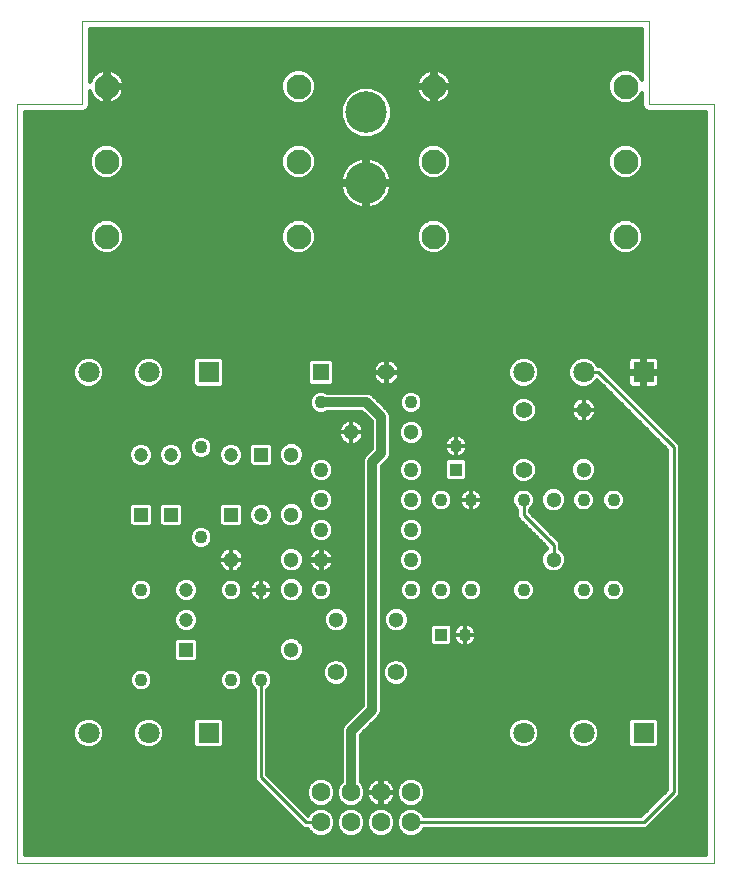
<source format=gtl>
G75*
%MOIN*%
%OFA0B0*%
%FSLAX25Y25*%
%IPPOS*%
%LPD*%
%AMOC8*
5,1,8,0,0,1.08239X$1,22.5*
%
%ADD10R,0.07087X0.07087*%
%ADD11C,0.07087*%
%ADD12C,0.05118*%
%ADD13C,0.05512*%
%ADD14R,0.04331X0.04331*%
%ADD15C,0.04331*%
%ADD16R,0.05512X0.05512*%
%ADD17C,0.04724*%
%ADD18R,0.04724X0.04724*%
%ADD19C,0.05000*%
%ADD20C,0.08268*%
%ADD21C,0.13843*%
%ADD22C,0.06299*%
%ADD23C,0.00000*%
%ADD24C,0.03200*%
%ADD25C,0.01200*%
%ADD26C,0.03346*%
%ADD27C,0.01000*%
D10*
X0068750Y0048913D03*
X0068750Y0169163D03*
X0213750Y0169163D03*
X0213750Y0048913D03*
D11*
X0193750Y0048913D03*
X0173750Y0048913D03*
X0173750Y0169163D03*
X0193750Y0169163D03*
X0048750Y0169163D03*
X0028750Y0169163D03*
X0028750Y0048913D03*
X0048750Y0048913D03*
D12*
X0096250Y0076600D03*
X0111250Y0086600D03*
X0096250Y0096600D03*
X0096250Y0106600D03*
X0096250Y0121600D03*
X0096250Y0141600D03*
X0116250Y0149100D03*
X0136250Y0149100D03*
X0183750Y0126600D03*
X0193750Y0136600D03*
X0193750Y0156600D03*
X0183750Y0106600D03*
X0131250Y0086600D03*
X0076250Y0106600D03*
D13*
X0111250Y0069100D03*
X0131250Y0069100D03*
X0173750Y0136600D03*
X0173750Y0156600D03*
X0128000Y0169100D03*
D14*
X0151245Y0136670D03*
X0146247Y0081605D03*
D15*
X0154107Y0081602D03*
X0156250Y0096600D03*
X0146250Y0096600D03*
X0136250Y0096600D03*
X0146250Y0126600D03*
X0156250Y0126600D03*
X0151248Y0144530D03*
X0136250Y0159100D03*
X0106250Y0159100D03*
X0066250Y0144100D03*
X0066250Y0114100D03*
X0076250Y0096600D03*
X0086250Y0096600D03*
X0106250Y0096600D03*
X0086250Y0066600D03*
X0076250Y0066600D03*
X0046250Y0066600D03*
X0046250Y0096600D03*
X0173750Y0096600D03*
X0193750Y0096600D03*
X0203750Y0096600D03*
X0203750Y0126600D03*
X0193750Y0126600D03*
X0173750Y0126600D03*
D16*
X0106250Y0169100D03*
D17*
X0076250Y0141600D03*
X0086250Y0121600D03*
X0061250Y0096600D03*
X0061250Y0086600D03*
X0056250Y0141600D03*
X0046250Y0141600D03*
D18*
X0046250Y0121600D03*
X0056250Y0121600D03*
X0076250Y0121600D03*
X0086250Y0141600D03*
X0061250Y0076600D03*
D19*
X0106250Y0106600D03*
X0106250Y0116600D03*
X0106250Y0126600D03*
X0106250Y0136600D03*
X0136250Y0136600D03*
X0136250Y0126600D03*
X0136250Y0116600D03*
X0136250Y0106600D03*
D20*
X0143801Y0214350D03*
X0143801Y0239350D03*
X0143801Y0264350D03*
X0098699Y0264350D03*
X0098699Y0239350D03*
X0098699Y0214350D03*
X0034801Y0214350D03*
X0034801Y0239350D03*
X0034801Y0264350D03*
X0207699Y0264350D03*
X0207699Y0239350D03*
X0207699Y0214350D03*
D21*
X0121250Y0232188D03*
X0121250Y0255810D03*
D22*
X0116250Y0029100D03*
X0116250Y0019100D03*
X0106250Y0019100D03*
X0106250Y0029100D03*
X0126250Y0029100D03*
X0126250Y0019100D03*
X0136250Y0019100D03*
X0136250Y0029100D03*
D23*
X0237283Y0005600D02*
X0005000Y0005600D01*
X0005000Y0258631D01*
X0026654Y0258631D01*
X0026654Y0286191D01*
X0215630Y0286191D01*
X0215630Y0258631D01*
X0237283Y0258631D01*
X0237283Y0005600D01*
D24*
X0123250Y0056600D02*
X0123250Y0139100D01*
X0126250Y0142100D01*
X0126250Y0154100D01*
X0121250Y0159100D01*
X0106250Y0159100D01*
X0123250Y0056600D02*
X0116250Y0049600D01*
X0116250Y0029100D01*
D25*
X0119334Y0025467D02*
X0123170Y0025467D01*
X0123156Y0025477D02*
X0123761Y0025038D01*
X0124427Y0024698D01*
X0125138Y0024467D01*
X0125876Y0024350D01*
X0125964Y0024350D01*
X0125964Y0028814D01*
X0126536Y0028814D01*
X0126536Y0029386D01*
X0131000Y0029386D01*
X0131000Y0029474D01*
X0130883Y0030212D01*
X0130652Y0030923D01*
X0130312Y0031589D01*
X0129873Y0032194D01*
X0129344Y0032723D01*
X0128739Y0033162D01*
X0128073Y0033502D01*
X0127362Y0033733D01*
X0126624Y0033850D01*
X0126536Y0033850D01*
X0126536Y0029386D01*
X0125964Y0029386D01*
X0125964Y0033850D01*
X0125876Y0033850D01*
X0125138Y0033733D01*
X0124427Y0033502D01*
X0123761Y0033162D01*
X0123156Y0032723D01*
X0122627Y0032194D01*
X0122188Y0031589D01*
X0121848Y0030923D01*
X0121617Y0030212D01*
X0121500Y0029474D01*
X0121500Y0029386D01*
X0125964Y0029386D01*
X0125964Y0028814D01*
X0121500Y0028814D01*
X0121500Y0028726D01*
X0121617Y0027988D01*
X0121848Y0027277D01*
X0122188Y0026611D01*
X0122627Y0026006D01*
X0123156Y0025477D01*
X0122160Y0026666D02*
X0120383Y0026666D01*
X0120277Y0026410D02*
X0121000Y0028155D01*
X0121000Y0030045D01*
X0120277Y0031790D01*
X0119450Y0032617D01*
X0119450Y0048275D01*
X0125063Y0053887D01*
X0125963Y0054787D01*
X0126450Y0055963D01*
X0126450Y0137775D01*
X0128063Y0139387D01*
X0128963Y0140287D01*
X0129450Y0141463D01*
X0129450Y0154737D01*
X0128963Y0155913D01*
X0128063Y0156813D01*
X0123063Y0161813D01*
X0121887Y0162300D01*
X0108364Y0162300D01*
X0106999Y0162865D01*
X0105501Y0162865D01*
X0104117Y0162292D01*
X0103058Y0161233D01*
X0102485Y0159849D01*
X0102485Y0158351D01*
X0103058Y0156967D01*
X0104117Y0155908D01*
X0105501Y0155335D01*
X0106999Y0155335D01*
X0108364Y0155900D01*
X0119925Y0155900D01*
X0123050Y0152775D01*
X0123050Y0143425D01*
X0120537Y0140913D01*
X0120050Y0139737D01*
X0120050Y0057925D01*
X0113537Y0051413D01*
X0113050Y0050237D01*
X0113050Y0032617D01*
X0112223Y0031790D01*
X0111500Y0030045D01*
X0111500Y0028155D01*
X0112223Y0026410D01*
X0113560Y0025073D01*
X0115305Y0024350D01*
X0117195Y0024350D01*
X0118940Y0025073D01*
X0120277Y0026410D01*
X0120879Y0027864D02*
X0121657Y0027864D01*
X0121000Y0029063D02*
X0125964Y0029063D01*
X0126536Y0029063D02*
X0131500Y0029063D01*
X0131000Y0028814D02*
X0126536Y0028814D01*
X0126536Y0024350D01*
X0126624Y0024350D01*
X0127362Y0024467D01*
X0128073Y0024698D01*
X0128739Y0025038D01*
X0129344Y0025477D01*
X0129873Y0026006D01*
X0130312Y0026611D01*
X0130652Y0027277D01*
X0130883Y0027988D01*
X0131000Y0028726D01*
X0131000Y0028814D01*
X0131500Y0028155D02*
X0132223Y0026410D01*
X0133560Y0025073D01*
X0135305Y0024350D01*
X0137195Y0024350D01*
X0138940Y0025073D01*
X0140277Y0026410D01*
X0141000Y0028155D01*
X0141000Y0030045D01*
X0140277Y0031790D01*
X0138940Y0033127D01*
X0137195Y0033850D01*
X0135305Y0033850D01*
X0133560Y0033127D01*
X0132223Y0031790D01*
X0131500Y0030045D01*
X0131500Y0028155D01*
X0131621Y0027864D02*
X0130843Y0027864D01*
X0130340Y0026666D02*
X0132117Y0026666D01*
X0133166Y0025467D02*
X0129330Y0025467D01*
X0128940Y0023127D02*
X0127195Y0023850D01*
X0125305Y0023850D01*
X0123560Y0023127D01*
X0122223Y0021790D01*
X0121500Y0020045D01*
X0121500Y0018155D01*
X0122223Y0016410D01*
X0123560Y0015073D01*
X0125305Y0014350D01*
X0127195Y0014350D01*
X0128940Y0015073D01*
X0130277Y0016410D01*
X0131000Y0018155D01*
X0131000Y0020045D01*
X0130277Y0021790D01*
X0128940Y0023127D01*
X0128997Y0023070D02*
X0133503Y0023070D01*
X0133560Y0023127D02*
X0132223Y0021790D01*
X0131500Y0020045D01*
X0131500Y0018155D01*
X0132223Y0016410D01*
X0133560Y0015073D01*
X0135305Y0014350D01*
X0137195Y0014350D01*
X0138940Y0015073D01*
X0140277Y0016410D01*
X0140521Y0017000D01*
X0214620Y0017000D01*
X0215850Y0018230D01*
X0225850Y0028230D01*
X0225850Y0144970D01*
X0224620Y0146200D01*
X0199557Y0171263D01*
X0198447Y0171263D01*
X0198110Y0172076D01*
X0196663Y0173523D01*
X0194773Y0174306D01*
X0192727Y0174306D01*
X0190837Y0173523D01*
X0189390Y0172076D01*
X0188607Y0170186D01*
X0188607Y0168140D01*
X0189390Y0166250D01*
X0190837Y0164803D01*
X0192727Y0164020D01*
X0194773Y0164020D01*
X0196663Y0164803D01*
X0198110Y0166250D01*
X0198263Y0166617D01*
X0221650Y0143230D01*
X0221650Y0029970D01*
X0212880Y0021200D01*
X0140521Y0021200D01*
X0140277Y0021790D01*
X0138940Y0023127D01*
X0137195Y0023850D01*
X0135305Y0023850D01*
X0133560Y0023127D01*
X0132305Y0021872D02*
X0130195Y0021872D01*
X0130739Y0020673D02*
X0131761Y0020673D01*
X0131500Y0019475D02*
X0131000Y0019475D01*
X0131000Y0018276D02*
X0131500Y0018276D01*
X0131947Y0017078D02*
X0130553Y0017078D01*
X0129746Y0015879D02*
X0132754Y0015879D01*
X0134508Y0014681D02*
X0127992Y0014681D01*
X0124508Y0014681D02*
X0117992Y0014681D01*
X0117195Y0014350D02*
X0118940Y0015073D01*
X0120277Y0016410D01*
X0121000Y0018155D01*
X0121000Y0020045D01*
X0120277Y0021790D01*
X0118940Y0023127D01*
X0117195Y0023850D01*
X0115305Y0023850D01*
X0113560Y0023127D01*
X0112223Y0021790D01*
X0111500Y0020045D01*
X0111500Y0018155D01*
X0112223Y0016410D01*
X0113560Y0015073D01*
X0115305Y0014350D01*
X0117195Y0014350D01*
X0114508Y0014681D02*
X0107992Y0014681D01*
X0107195Y0014350D02*
X0105305Y0014350D01*
X0103560Y0015073D01*
X0102223Y0016410D01*
X0101979Y0017000D01*
X0100380Y0017000D01*
X0085380Y0032000D01*
X0084150Y0033230D01*
X0084150Y0063394D01*
X0084117Y0063408D01*
X0083058Y0064467D01*
X0082485Y0065851D01*
X0082485Y0067349D01*
X0083058Y0068733D01*
X0084117Y0069792D01*
X0085501Y0070365D01*
X0086999Y0070365D01*
X0088383Y0069792D01*
X0089442Y0068733D01*
X0090015Y0067349D01*
X0090015Y0065851D01*
X0089442Y0064467D01*
X0088383Y0063408D01*
X0088350Y0063394D01*
X0088350Y0034970D01*
X0102020Y0021300D01*
X0102223Y0021790D01*
X0103560Y0023127D01*
X0105305Y0023850D01*
X0107195Y0023850D01*
X0108940Y0023127D01*
X0110277Y0021790D01*
X0111000Y0020045D01*
X0111000Y0018155D01*
X0110277Y0016410D01*
X0108940Y0015073D01*
X0107195Y0014350D01*
X0104508Y0014681D02*
X0007600Y0014681D01*
X0007600Y0015879D02*
X0102754Y0015879D01*
X0100302Y0017078D02*
X0007600Y0017078D01*
X0007600Y0018276D02*
X0099104Y0018276D01*
X0097905Y0019475D02*
X0007600Y0019475D01*
X0007600Y0020673D02*
X0096707Y0020673D01*
X0095508Y0021872D02*
X0007600Y0021872D01*
X0007600Y0023070D02*
X0094310Y0023070D01*
X0093111Y0024269D02*
X0007600Y0024269D01*
X0007600Y0025467D02*
X0091913Y0025467D01*
X0090714Y0026666D02*
X0007600Y0026666D01*
X0007600Y0027864D02*
X0089516Y0027864D01*
X0088317Y0029063D02*
X0007600Y0029063D01*
X0007600Y0030261D02*
X0087119Y0030261D01*
X0085920Y0031460D02*
X0007600Y0031460D01*
X0007600Y0032658D02*
X0084722Y0032658D01*
X0084150Y0033857D02*
X0007600Y0033857D01*
X0007600Y0035055D02*
X0084150Y0035055D01*
X0084150Y0036254D02*
X0007600Y0036254D01*
X0007600Y0037452D02*
X0084150Y0037452D01*
X0084150Y0038651D02*
X0007600Y0038651D01*
X0007600Y0039849D02*
X0084150Y0039849D01*
X0084150Y0041048D02*
X0007600Y0041048D01*
X0007600Y0042246D02*
X0084150Y0042246D01*
X0084150Y0043445D02*
X0007600Y0043445D01*
X0007600Y0044643D02*
X0025746Y0044643D01*
X0025837Y0044553D02*
X0027727Y0043770D01*
X0029773Y0043770D01*
X0031663Y0044553D01*
X0033110Y0046000D01*
X0033893Y0047890D01*
X0033893Y0049936D01*
X0033110Y0051826D01*
X0031663Y0053273D01*
X0029773Y0054056D01*
X0027727Y0054056D01*
X0025837Y0053273D01*
X0024390Y0051826D01*
X0023607Y0049936D01*
X0023607Y0047890D01*
X0024390Y0046000D01*
X0025837Y0044553D01*
X0024547Y0045842D02*
X0007600Y0045842D01*
X0007600Y0047040D02*
X0023959Y0047040D01*
X0023607Y0048239D02*
X0007600Y0048239D01*
X0007600Y0049437D02*
X0023607Y0049437D01*
X0023897Y0050636D02*
X0007600Y0050636D01*
X0007600Y0051834D02*
X0024398Y0051834D01*
X0025596Y0053033D02*
X0007600Y0053033D01*
X0007600Y0054232D02*
X0084150Y0054232D01*
X0084150Y0055430D02*
X0007600Y0055430D01*
X0007600Y0056629D02*
X0084150Y0056629D01*
X0084150Y0057827D02*
X0007600Y0057827D01*
X0007600Y0059026D02*
X0084150Y0059026D01*
X0084150Y0060224D02*
X0007600Y0060224D01*
X0007600Y0061423D02*
X0084150Y0061423D01*
X0084150Y0062621D02*
X0007600Y0062621D01*
X0007600Y0063820D02*
X0043705Y0063820D01*
X0044117Y0063408D02*
X0045501Y0062835D01*
X0046999Y0062835D01*
X0048383Y0063408D01*
X0049442Y0064467D01*
X0050015Y0065851D01*
X0050015Y0067349D01*
X0049442Y0068733D01*
X0048383Y0069792D01*
X0046999Y0070365D01*
X0045501Y0070365D01*
X0044117Y0069792D01*
X0043058Y0068733D01*
X0042485Y0067349D01*
X0042485Y0065851D01*
X0043058Y0064467D01*
X0044117Y0063408D01*
X0042830Y0065018D02*
X0007600Y0065018D01*
X0007600Y0066217D02*
X0042485Y0066217D01*
X0042512Y0067415D02*
X0007600Y0067415D01*
X0007600Y0068614D02*
X0043009Y0068614D01*
X0044166Y0069812D02*
X0007600Y0069812D01*
X0007600Y0071011D02*
X0107327Y0071011D01*
X0107557Y0071567D02*
X0106894Y0069966D01*
X0106894Y0068234D01*
X0107557Y0066633D01*
X0108783Y0065407D01*
X0110384Y0064744D01*
X0112116Y0064744D01*
X0113717Y0065407D01*
X0114943Y0066633D01*
X0115606Y0068234D01*
X0115606Y0069966D01*
X0114943Y0071567D01*
X0113717Y0072793D01*
X0112116Y0073456D01*
X0110384Y0073456D01*
X0108783Y0072793D01*
X0107557Y0071567D01*
X0108199Y0072209D02*
X0007600Y0072209D01*
X0007600Y0073408D02*
X0057455Y0073408D01*
X0057288Y0073575D02*
X0058225Y0072638D01*
X0064275Y0072638D01*
X0065212Y0073575D01*
X0065212Y0079625D01*
X0064275Y0080562D01*
X0058225Y0080562D01*
X0057288Y0079625D01*
X0057288Y0073575D01*
X0057288Y0074606D02*
X0007600Y0074606D01*
X0007600Y0075805D02*
X0057288Y0075805D01*
X0057288Y0077003D02*
X0007600Y0077003D01*
X0007600Y0078202D02*
X0057288Y0078202D01*
X0057288Y0079400D02*
X0007600Y0079400D01*
X0007600Y0080599D02*
X0095036Y0080599D01*
X0095423Y0080759D02*
X0093894Y0080126D01*
X0092724Y0078956D01*
X0092091Y0077427D01*
X0092091Y0075773D01*
X0092724Y0074244D01*
X0093894Y0073074D01*
X0095423Y0072441D01*
X0097077Y0072441D01*
X0098606Y0073074D01*
X0099776Y0074244D01*
X0100409Y0075773D01*
X0100409Y0077427D01*
X0099776Y0078956D01*
X0098606Y0080126D01*
X0097077Y0080759D01*
X0095423Y0080759D01*
X0097464Y0080599D02*
X0120050Y0080599D01*
X0120050Y0081797D02*
X0007600Y0081797D01*
X0007600Y0082996D02*
X0059598Y0082996D01*
X0059006Y0083241D02*
X0060462Y0082638D01*
X0062038Y0082638D01*
X0063494Y0083241D01*
X0064609Y0084356D01*
X0065212Y0085812D01*
X0065212Y0087388D01*
X0064609Y0088844D01*
X0063494Y0089959D01*
X0062038Y0090562D01*
X0060462Y0090562D01*
X0059006Y0089959D01*
X0057891Y0088844D01*
X0057288Y0087388D01*
X0057288Y0085812D01*
X0057891Y0084356D01*
X0059006Y0083241D01*
X0058052Y0084194D02*
X0007600Y0084194D01*
X0007600Y0085393D02*
X0057461Y0085393D01*
X0057288Y0086591D02*
X0007600Y0086591D01*
X0007600Y0087790D02*
X0057454Y0087790D01*
X0058035Y0088988D02*
X0007600Y0088988D01*
X0007600Y0090187D02*
X0059556Y0090187D01*
X0060462Y0092638D02*
X0059006Y0093241D01*
X0057891Y0094356D01*
X0057288Y0095812D01*
X0057288Y0097388D01*
X0057891Y0098844D01*
X0059006Y0099959D01*
X0060462Y0100562D01*
X0062038Y0100562D01*
X0063494Y0099959D01*
X0064609Y0098844D01*
X0065212Y0097388D01*
X0065212Y0095812D01*
X0064609Y0094356D01*
X0063494Y0093241D01*
X0062038Y0092638D01*
X0060462Y0092638D01*
X0058464Y0093782D02*
X0048757Y0093782D01*
X0048383Y0093408D02*
X0049442Y0094467D01*
X0050015Y0095851D01*
X0050015Y0097349D01*
X0049442Y0098733D01*
X0048383Y0099792D01*
X0046999Y0100365D01*
X0045501Y0100365D01*
X0044117Y0099792D01*
X0043058Y0098733D01*
X0042485Y0097349D01*
X0042485Y0095851D01*
X0043058Y0094467D01*
X0044117Y0093408D01*
X0045501Y0092835D01*
X0046999Y0092835D01*
X0048383Y0093408D01*
X0049655Y0094981D02*
X0057632Y0094981D01*
X0057288Y0096179D02*
X0050015Y0096179D01*
X0050003Y0097378D02*
X0057288Y0097378D01*
X0057780Y0098576D02*
X0049507Y0098576D01*
X0048400Y0099775D02*
X0058822Y0099775D01*
X0063678Y0099775D02*
X0074100Y0099775D01*
X0074117Y0099792D02*
X0073058Y0098733D01*
X0072485Y0097349D01*
X0072485Y0095851D01*
X0073058Y0094467D01*
X0074117Y0093408D01*
X0075501Y0092835D01*
X0076999Y0092835D01*
X0078383Y0093408D01*
X0079442Y0094467D01*
X0080015Y0095851D01*
X0080015Y0097349D01*
X0079442Y0098733D01*
X0078383Y0099792D01*
X0076999Y0100365D01*
X0075501Y0100365D01*
X0074117Y0099792D01*
X0072993Y0098576D02*
X0064720Y0098576D01*
X0065212Y0097378D02*
X0072497Y0097378D01*
X0072485Y0096179D02*
X0065212Y0096179D01*
X0064868Y0094981D02*
X0072845Y0094981D01*
X0073743Y0093782D02*
X0064036Y0093782D01*
X0062944Y0090187D02*
X0109041Y0090187D01*
X0108894Y0090126D02*
X0107724Y0088956D01*
X0107091Y0087427D01*
X0107091Y0085773D01*
X0107724Y0084244D01*
X0108894Y0083074D01*
X0110423Y0082441D01*
X0112077Y0082441D01*
X0113606Y0083074D01*
X0114776Y0084244D01*
X0115409Y0085773D01*
X0115409Y0087427D01*
X0114776Y0088956D01*
X0113606Y0090126D01*
X0112077Y0090759D01*
X0110423Y0090759D01*
X0108894Y0090126D01*
X0107757Y0088988D02*
X0064465Y0088988D01*
X0065046Y0087790D02*
X0107241Y0087790D01*
X0107091Y0086591D02*
X0065212Y0086591D01*
X0065039Y0085393D02*
X0107248Y0085393D01*
X0107774Y0084194D02*
X0064448Y0084194D01*
X0062902Y0082996D02*
X0109083Y0082996D01*
X0113417Y0082996D02*
X0120050Y0082996D01*
X0120050Y0084194D02*
X0114726Y0084194D01*
X0115252Y0085393D02*
X0120050Y0085393D01*
X0120050Y0086591D02*
X0115409Y0086591D01*
X0115259Y0087790D02*
X0120050Y0087790D01*
X0120050Y0088988D02*
X0114743Y0088988D01*
X0113459Y0090187D02*
X0120050Y0090187D01*
X0120050Y0091385D02*
X0007600Y0091385D01*
X0007600Y0092584D02*
X0095078Y0092584D01*
X0095423Y0092441D02*
X0097077Y0092441D01*
X0098606Y0093074D01*
X0099776Y0094244D01*
X0100409Y0095773D01*
X0100409Y0097427D01*
X0099776Y0098956D01*
X0098606Y0100126D01*
X0097077Y0100759D01*
X0095423Y0100759D01*
X0093894Y0100126D01*
X0092724Y0098956D01*
X0092091Y0097427D01*
X0092091Y0095773D01*
X0092724Y0094244D01*
X0093894Y0093074D01*
X0095423Y0092441D01*
X0097422Y0092584D02*
X0120050Y0092584D01*
X0120050Y0093782D02*
X0108757Y0093782D01*
X0108383Y0093408D02*
X0109442Y0094467D01*
X0110015Y0095851D01*
X0110015Y0097349D01*
X0109442Y0098733D01*
X0108383Y0099792D01*
X0106999Y0100365D01*
X0105501Y0100365D01*
X0104117Y0099792D01*
X0103058Y0098733D01*
X0102485Y0097349D01*
X0102485Y0095851D01*
X0103058Y0094467D01*
X0104117Y0093408D01*
X0105501Y0092835D01*
X0106999Y0092835D01*
X0108383Y0093408D01*
X0109655Y0094981D02*
X0120050Y0094981D01*
X0120050Y0096179D02*
X0110015Y0096179D01*
X0110003Y0097378D02*
X0120050Y0097378D01*
X0120050Y0098576D02*
X0109507Y0098576D01*
X0108400Y0099775D02*
X0120050Y0099775D01*
X0120050Y0100973D02*
X0007600Y0100973D01*
X0007600Y0099775D02*
X0044100Y0099775D01*
X0042993Y0098576D02*
X0007600Y0098576D01*
X0007600Y0097378D02*
X0042497Y0097378D01*
X0042485Y0096179D02*
X0007600Y0096179D01*
X0007600Y0094981D02*
X0042845Y0094981D01*
X0043743Y0093782D02*
X0007600Y0093782D01*
X0007600Y0102172D02*
X0120050Y0102172D01*
X0120050Y0103370D02*
X0108780Y0103370D01*
X0108921Y0103473D02*
X0109377Y0103929D01*
X0109757Y0104451D01*
X0110050Y0105026D01*
X0110249Y0105640D01*
X0110350Y0106277D01*
X0110350Y0106400D01*
X0106450Y0106400D01*
X0106450Y0106800D01*
X0110350Y0106800D01*
X0110350Y0106923D01*
X0110249Y0107560D01*
X0110050Y0108174D01*
X0109757Y0108749D01*
X0109377Y0109271D01*
X0108921Y0109727D01*
X0108399Y0110107D01*
X0107824Y0110400D01*
X0107210Y0110599D01*
X0106573Y0110700D01*
X0106450Y0110700D01*
X0106450Y0106800D01*
X0106050Y0106800D01*
X0106050Y0110700D01*
X0105927Y0110700D01*
X0105290Y0110599D01*
X0104676Y0110400D01*
X0104101Y0110107D01*
X0103579Y0109727D01*
X0103123Y0109271D01*
X0102743Y0108749D01*
X0102450Y0108174D01*
X0102251Y0107560D01*
X0102150Y0106923D01*
X0102150Y0106800D01*
X0106050Y0106800D01*
X0106050Y0106400D01*
X0106450Y0106400D01*
X0106450Y0102500D01*
X0106573Y0102500D01*
X0107210Y0102601D01*
X0107824Y0102800D01*
X0108399Y0103093D01*
X0108921Y0103473D01*
X0109817Y0104569D02*
X0120050Y0104569D01*
X0120050Y0105768D02*
X0110269Y0105768D01*
X0110343Y0106966D02*
X0120050Y0106966D01*
X0120050Y0108165D02*
X0110053Y0108165D01*
X0109285Y0109363D02*
X0120050Y0109363D01*
X0120050Y0110562D02*
X0107325Y0110562D01*
X0106450Y0110562D02*
X0106050Y0110562D01*
X0105175Y0110562D02*
X0097554Y0110562D01*
X0097077Y0110759D02*
X0095423Y0110759D01*
X0093894Y0110126D01*
X0092724Y0108956D01*
X0092091Y0107427D01*
X0092091Y0105773D01*
X0092724Y0104244D01*
X0093894Y0103074D01*
X0095423Y0102441D01*
X0097077Y0102441D01*
X0098606Y0103074D01*
X0099776Y0104244D01*
X0100409Y0105773D01*
X0100409Y0107427D01*
X0099776Y0108956D01*
X0098606Y0110126D01*
X0097077Y0110759D01*
X0094946Y0110562D02*
X0077517Y0110562D01*
X0077224Y0110657D02*
X0076577Y0110759D01*
X0076250Y0110759D01*
X0076250Y0106600D01*
X0080409Y0106600D01*
X0080409Y0106927D01*
X0080307Y0107574D01*
X0080104Y0108197D01*
X0079807Y0108780D01*
X0079422Y0109309D01*
X0078959Y0109772D01*
X0078430Y0110157D01*
X0077847Y0110454D01*
X0077224Y0110657D01*
X0076250Y0110562D02*
X0076250Y0110562D01*
X0076250Y0110759D02*
X0075923Y0110759D01*
X0075276Y0110657D01*
X0074653Y0110454D01*
X0074070Y0110157D01*
X0073541Y0109772D01*
X0073078Y0109309D01*
X0072693Y0108780D01*
X0072396Y0108197D01*
X0072193Y0107574D01*
X0072091Y0106927D01*
X0072091Y0106600D01*
X0076250Y0106600D01*
X0076250Y0106600D01*
X0076250Y0106600D01*
X0080409Y0106600D01*
X0080409Y0106273D01*
X0080307Y0105626D01*
X0080104Y0105003D01*
X0079807Y0104420D01*
X0079422Y0103891D01*
X0078959Y0103428D01*
X0078430Y0103043D01*
X0077847Y0102746D01*
X0077224Y0102543D01*
X0076577Y0102441D01*
X0076250Y0102441D01*
X0076250Y0106600D01*
X0076250Y0106600D01*
X0076250Y0106600D01*
X0076250Y0110759D01*
X0074983Y0110562D02*
X0067547Y0110562D01*
X0066999Y0110335D02*
X0068383Y0110908D01*
X0069442Y0111967D01*
X0070015Y0113351D01*
X0070015Y0114849D01*
X0069442Y0116233D01*
X0068383Y0117292D01*
X0066999Y0117865D01*
X0065501Y0117865D01*
X0064117Y0117292D01*
X0063058Y0116233D01*
X0062485Y0114849D01*
X0062485Y0113351D01*
X0063058Y0111967D01*
X0064117Y0110908D01*
X0065501Y0110335D01*
X0066999Y0110335D01*
X0064953Y0110562D02*
X0007600Y0110562D01*
X0007600Y0111760D02*
X0063265Y0111760D01*
X0062647Y0112959D02*
X0007600Y0112959D01*
X0007600Y0114157D02*
X0062485Y0114157D01*
X0062695Y0115356D02*
X0007600Y0115356D01*
X0007600Y0116554D02*
X0063379Y0116554D01*
X0065229Y0117753D02*
X0059390Y0117753D01*
X0059275Y0117638D02*
X0060212Y0118575D01*
X0060212Y0124625D01*
X0059275Y0125562D01*
X0053225Y0125562D01*
X0052288Y0124625D01*
X0052288Y0118575D01*
X0053225Y0117638D01*
X0059275Y0117638D01*
X0060212Y0118951D02*
X0072288Y0118951D01*
X0072288Y0118575D02*
X0073225Y0117638D01*
X0079275Y0117638D01*
X0080212Y0118575D01*
X0080212Y0124625D01*
X0079275Y0125562D01*
X0073225Y0125562D01*
X0072288Y0124625D01*
X0072288Y0118575D01*
X0073110Y0117753D02*
X0067271Y0117753D01*
X0069121Y0116554D02*
X0102150Y0116554D01*
X0102150Y0115784D02*
X0102774Y0114278D01*
X0103928Y0113124D01*
X0105434Y0112500D01*
X0107066Y0112500D01*
X0108572Y0113124D01*
X0109726Y0114278D01*
X0110350Y0115784D01*
X0110350Y0117416D01*
X0109726Y0118922D01*
X0108572Y0120076D01*
X0107066Y0120700D01*
X0105434Y0120700D01*
X0103928Y0120076D01*
X0102774Y0118922D01*
X0102150Y0117416D01*
X0102150Y0115784D01*
X0102328Y0115356D02*
X0069805Y0115356D01*
X0070015Y0114157D02*
X0102895Y0114157D01*
X0104327Y0112959D02*
X0069853Y0112959D01*
X0069235Y0111760D02*
X0120050Y0111760D01*
X0120050Y0112959D02*
X0108173Y0112959D01*
X0109605Y0114157D02*
X0120050Y0114157D01*
X0120050Y0115356D02*
X0110172Y0115356D01*
X0110350Y0116554D02*
X0120050Y0116554D01*
X0120050Y0117753D02*
X0110210Y0117753D01*
X0109697Y0118951D02*
X0120050Y0118951D01*
X0120050Y0120150D02*
X0108394Y0120150D01*
X0107178Y0122547D02*
X0120050Y0122547D01*
X0120050Y0123745D02*
X0109193Y0123745D01*
X0109726Y0124278D02*
X0110350Y0125784D01*
X0110350Y0127416D01*
X0109726Y0128922D01*
X0108572Y0130076D01*
X0107066Y0130700D01*
X0105434Y0130700D01*
X0103928Y0130076D01*
X0102774Y0128922D01*
X0102150Y0127416D01*
X0102150Y0125784D01*
X0102774Y0124278D01*
X0103928Y0123124D01*
X0105434Y0122500D01*
X0107066Y0122500D01*
X0108572Y0123124D01*
X0109726Y0124278D01*
X0110002Y0124944D02*
X0120050Y0124944D01*
X0120050Y0126142D02*
X0110350Y0126142D01*
X0110350Y0127341D02*
X0120050Y0127341D01*
X0120050Y0128539D02*
X0109885Y0128539D01*
X0108911Y0129738D02*
X0120050Y0129738D01*
X0120050Y0130936D02*
X0007600Y0130936D01*
X0007600Y0129738D02*
X0103589Y0129738D01*
X0102615Y0128539D02*
X0007600Y0128539D01*
X0007600Y0127341D02*
X0102150Y0127341D01*
X0102150Y0126142D02*
X0007600Y0126142D01*
X0007600Y0124944D02*
X0042607Y0124944D01*
X0042288Y0124625D02*
X0042288Y0118575D01*
X0043225Y0117638D01*
X0049275Y0117638D01*
X0050212Y0118575D01*
X0050212Y0124625D01*
X0049275Y0125562D01*
X0043225Y0125562D01*
X0042288Y0124625D01*
X0042288Y0123745D02*
X0007600Y0123745D01*
X0007600Y0122547D02*
X0042288Y0122547D01*
X0042288Y0121348D02*
X0007600Y0121348D01*
X0007600Y0120150D02*
X0042288Y0120150D01*
X0042288Y0118951D02*
X0007600Y0118951D01*
X0007600Y0117753D02*
X0043110Y0117753D01*
X0049390Y0117753D02*
X0053110Y0117753D01*
X0052288Y0118951D02*
X0050212Y0118951D01*
X0050212Y0120150D02*
X0052288Y0120150D01*
X0052288Y0121348D02*
X0050212Y0121348D01*
X0050212Y0122547D02*
X0052288Y0122547D01*
X0052288Y0123745D02*
X0050212Y0123745D01*
X0049893Y0124944D02*
X0052607Y0124944D01*
X0059893Y0124944D02*
X0072607Y0124944D01*
X0072288Y0123745D02*
X0060212Y0123745D01*
X0060212Y0122547D02*
X0072288Y0122547D01*
X0072288Y0121348D02*
X0060212Y0121348D01*
X0060212Y0120150D02*
X0072288Y0120150D01*
X0079390Y0117753D02*
X0085185Y0117753D01*
X0085462Y0117638D02*
X0087038Y0117638D01*
X0088494Y0118241D01*
X0089609Y0119356D01*
X0090212Y0120812D01*
X0090212Y0122388D01*
X0089609Y0123844D01*
X0088494Y0124959D01*
X0087038Y0125562D01*
X0085462Y0125562D01*
X0084006Y0124959D01*
X0082891Y0123844D01*
X0082288Y0122388D01*
X0082288Y0120812D01*
X0082891Y0119356D01*
X0084006Y0118241D01*
X0085462Y0117638D01*
X0087315Y0117753D02*
X0094670Y0117753D01*
X0095423Y0117441D02*
X0097077Y0117441D01*
X0098606Y0118074D01*
X0099776Y0119244D01*
X0100409Y0120773D01*
X0100409Y0122427D01*
X0099776Y0123956D01*
X0098606Y0125126D01*
X0097077Y0125759D01*
X0095423Y0125759D01*
X0093894Y0125126D01*
X0092724Y0123956D01*
X0092091Y0122427D01*
X0092091Y0120773D01*
X0092724Y0119244D01*
X0093894Y0118074D01*
X0095423Y0117441D01*
X0097830Y0117753D02*
X0102290Y0117753D01*
X0102803Y0118951D02*
X0099483Y0118951D01*
X0100151Y0120150D02*
X0104106Y0120150D01*
X0105322Y0122547D02*
X0100360Y0122547D01*
X0100409Y0121348D02*
X0120050Y0121348D01*
X0126450Y0121348D02*
X0171650Y0121348D01*
X0171650Y0120730D02*
X0181650Y0110730D01*
X0181650Y0110232D01*
X0181394Y0110126D01*
X0180224Y0108956D01*
X0179591Y0107427D01*
X0179591Y0105773D01*
X0180224Y0104244D01*
X0181394Y0103074D01*
X0182923Y0102441D01*
X0184577Y0102441D01*
X0186106Y0103074D01*
X0187276Y0104244D01*
X0187909Y0105773D01*
X0187909Y0107427D01*
X0187276Y0108956D01*
X0186106Y0110126D01*
X0185850Y0110232D01*
X0185850Y0112470D01*
X0175850Y0122470D01*
X0175850Y0123394D01*
X0175883Y0123408D01*
X0176942Y0124467D01*
X0177515Y0125851D01*
X0177515Y0127349D01*
X0176942Y0128733D01*
X0175883Y0129792D01*
X0174499Y0130365D01*
X0173001Y0130365D01*
X0171617Y0129792D01*
X0170558Y0128733D01*
X0169985Y0127349D01*
X0169985Y0125851D01*
X0170558Y0124467D01*
X0171617Y0123408D01*
X0171650Y0123394D01*
X0171650Y0120730D01*
X0172230Y0120150D02*
X0138394Y0120150D01*
X0138572Y0120076D02*
X0137066Y0120700D01*
X0135434Y0120700D01*
X0133928Y0120076D01*
X0132774Y0118922D01*
X0132150Y0117416D01*
X0132150Y0115784D01*
X0132774Y0114278D01*
X0133928Y0113124D01*
X0135434Y0112500D01*
X0137066Y0112500D01*
X0138572Y0113124D01*
X0139726Y0114278D01*
X0140350Y0115784D01*
X0140350Y0117416D01*
X0139726Y0118922D01*
X0138572Y0120076D01*
X0139697Y0118951D02*
X0173429Y0118951D01*
X0174628Y0117753D02*
X0140210Y0117753D01*
X0140350Y0116554D02*
X0175826Y0116554D01*
X0177025Y0115356D02*
X0140172Y0115356D01*
X0139605Y0114157D02*
X0178223Y0114157D01*
X0179422Y0112959D02*
X0138173Y0112959D01*
X0137066Y0110700D02*
X0135434Y0110700D01*
X0133928Y0110076D01*
X0132774Y0108922D01*
X0132150Y0107416D01*
X0132150Y0105784D01*
X0132774Y0104278D01*
X0133928Y0103124D01*
X0135434Y0102500D01*
X0137066Y0102500D01*
X0138572Y0103124D01*
X0139726Y0104278D01*
X0140350Y0105784D01*
X0140350Y0107416D01*
X0139726Y0108922D01*
X0138572Y0110076D01*
X0137066Y0110700D01*
X0137400Y0110562D02*
X0181650Y0110562D01*
X0180631Y0109363D02*
X0139285Y0109363D01*
X0140040Y0108165D02*
X0179896Y0108165D01*
X0179591Y0106966D02*
X0140350Y0106966D01*
X0140343Y0105768D02*
X0179593Y0105768D01*
X0180090Y0104569D02*
X0139847Y0104569D01*
X0138819Y0103370D02*
X0181098Y0103370D01*
X0186402Y0103370D02*
X0221650Y0103370D01*
X0221650Y0102172D02*
X0126450Y0102172D01*
X0126450Y0103370D02*
X0133681Y0103370D01*
X0132653Y0104569D02*
X0126450Y0104569D01*
X0126450Y0105768D02*
X0132157Y0105768D01*
X0132150Y0106966D02*
X0126450Y0106966D01*
X0126450Y0108165D02*
X0132460Y0108165D01*
X0133215Y0109363D02*
X0126450Y0109363D01*
X0126450Y0110562D02*
X0135100Y0110562D01*
X0134327Y0112959D02*
X0126450Y0112959D01*
X0126450Y0114157D02*
X0132895Y0114157D01*
X0132328Y0115356D02*
X0126450Y0115356D01*
X0126450Y0116554D02*
X0132150Y0116554D01*
X0132290Y0117753D02*
X0126450Y0117753D01*
X0126450Y0118951D02*
X0132803Y0118951D01*
X0134106Y0120150D02*
X0126450Y0120150D01*
X0126450Y0122547D02*
X0135322Y0122547D01*
X0135434Y0122500D02*
X0137066Y0122500D01*
X0138572Y0123124D01*
X0139726Y0124278D01*
X0140350Y0125784D01*
X0140350Y0127416D01*
X0139726Y0128922D01*
X0138572Y0130076D01*
X0137066Y0130700D01*
X0135434Y0130700D01*
X0133928Y0130076D01*
X0132774Y0128922D01*
X0132150Y0127416D01*
X0132150Y0125784D01*
X0132774Y0124278D01*
X0133928Y0123124D01*
X0135434Y0122500D01*
X0137178Y0122547D02*
X0171650Y0122547D01*
X0171280Y0123745D02*
X0158720Y0123745D01*
X0158650Y0123675D02*
X0159175Y0124200D01*
X0159587Y0124816D01*
X0159871Y0125502D01*
X0160015Y0126229D01*
X0160015Y0126600D01*
X0160015Y0126971D01*
X0159871Y0127698D01*
X0159587Y0128384D01*
X0159175Y0129000D01*
X0158650Y0129525D01*
X0158034Y0129937D01*
X0157348Y0130221D01*
X0156621Y0130365D01*
X0156250Y0130365D01*
X0155879Y0130365D01*
X0155152Y0130221D01*
X0154466Y0129937D01*
X0153850Y0129525D01*
X0153325Y0129000D01*
X0152913Y0128384D01*
X0152629Y0127698D01*
X0152485Y0126971D01*
X0152485Y0126600D01*
X0152485Y0126229D01*
X0152629Y0125502D01*
X0152913Y0124816D01*
X0153325Y0124200D01*
X0153850Y0123675D01*
X0154466Y0123263D01*
X0155152Y0122979D01*
X0155879Y0122835D01*
X0156250Y0122835D01*
X0156621Y0122835D01*
X0157348Y0122979D01*
X0158034Y0123263D01*
X0158650Y0123675D01*
X0159640Y0124944D02*
X0170360Y0124944D01*
X0169985Y0126142D02*
X0159998Y0126142D01*
X0160015Y0126600D02*
X0156250Y0126600D01*
X0156250Y0126600D01*
X0156250Y0130365D01*
X0156250Y0126600D01*
X0160015Y0126600D01*
X0159942Y0127341D02*
X0169985Y0127341D01*
X0170478Y0128539D02*
X0159483Y0128539D01*
X0158331Y0129738D02*
X0171563Y0129738D01*
X0172884Y0132244D02*
X0174616Y0132244D01*
X0176217Y0132907D01*
X0177443Y0134133D01*
X0178106Y0135734D01*
X0178106Y0137466D01*
X0177443Y0139067D01*
X0176217Y0140293D01*
X0174616Y0140956D01*
X0172884Y0140956D01*
X0171283Y0140293D01*
X0170057Y0139067D01*
X0169394Y0137466D01*
X0169394Y0135734D01*
X0170057Y0134133D01*
X0171283Y0132907D01*
X0172884Y0132244D01*
X0170857Y0133333D02*
X0154502Y0133333D01*
X0154073Y0132905D02*
X0155010Y0133842D01*
X0155010Y0139498D01*
X0154073Y0140435D01*
X0148417Y0140435D01*
X0147480Y0139498D01*
X0147480Y0133842D01*
X0148417Y0132905D01*
X0154073Y0132905D01*
X0155010Y0134532D02*
X0169892Y0134532D01*
X0169395Y0135730D02*
X0155010Y0135730D01*
X0155010Y0136929D02*
X0169394Y0136929D01*
X0169668Y0138127D02*
X0155010Y0138127D01*
X0155010Y0139326D02*
X0170316Y0139326D01*
X0171842Y0140524D02*
X0137490Y0140524D01*
X0137066Y0140700D02*
X0135434Y0140700D01*
X0133928Y0140076D01*
X0132774Y0138922D01*
X0132150Y0137416D01*
X0132150Y0135784D01*
X0132774Y0134278D01*
X0133928Y0133124D01*
X0135434Y0132500D01*
X0137066Y0132500D01*
X0138572Y0133124D01*
X0139726Y0134278D01*
X0140350Y0135784D01*
X0140350Y0137416D01*
X0139726Y0138922D01*
X0138572Y0140076D01*
X0137066Y0140700D01*
X0135010Y0140524D02*
X0129061Y0140524D01*
X0129450Y0141723D02*
X0148730Y0141723D01*
X0148847Y0141605D02*
X0149464Y0141193D01*
X0150149Y0140909D01*
X0150877Y0140765D01*
X0151247Y0140765D01*
X0151247Y0144530D01*
X0147482Y0144530D01*
X0151247Y0144530D01*
X0151247Y0144530D01*
X0151247Y0148295D01*
X0150877Y0148295D01*
X0150149Y0148151D01*
X0149464Y0147867D01*
X0148847Y0147455D01*
X0148323Y0146930D01*
X0147911Y0146314D01*
X0147627Y0145628D01*
X0147482Y0144901D01*
X0147482Y0144530D01*
X0147482Y0144159D01*
X0147627Y0143432D01*
X0147911Y0142746D01*
X0148323Y0142130D01*
X0148847Y0141605D01*
X0147838Y0142921D02*
X0129450Y0142921D01*
X0129450Y0144120D02*
X0147490Y0144120D01*
X0147565Y0145318D02*
X0137988Y0145318D01*
X0138606Y0145574D02*
X0139776Y0146744D01*
X0140409Y0148273D01*
X0140409Y0149927D01*
X0139776Y0151456D01*
X0138606Y0152626D01*
X0137077Y0153259D01*
X0135423Y0153259D01*
X0133894Y0152626D01*
X0132724Y0151456D01*
X0132091Y0149927D01*
X0132091Y0148273D01*
X0132724Y0146744D01*
X0133894Y0145574D01*
X0135423Y0144941D01*
X0137077Y0144941D01*
X0138606Y0145574D01*
X0139549Y0146517D02*
X0148047Y0146517D01*
X0149237Y0147715D02*
X0140178Y0147715D01*
X0140409Y0148914D02*
X0215966Y0148914D01*
X0214768Y0150112D02*
X0140332Y0150112D01*
X0139836Y0151311D02*
X0213569Y0151311D01*
X0212371Y0152509D02*
X0194510Y0152509D01*
X0194724Y0152543D02*
X0194077Y0152441D01*
X0193750Y0152441D01*
X0193750Y0156600D01*
X0193750Y0156600D01*
X0193750Y0160759D01*
X0194077Y0160759D01*
X0194724Y0160657D01*
X0195347Y0160454D01*
X0195930Y0160157D01*
X0196459Y0159772D01*
X0196922Y0159309D01*
X0197307Y0158780D01*
X0197604Y0158197D01*
X0197807Y0157574D01*
X0197909Y0156927D01*
X0197909Y0156600D01*
X0193750Y0156600D01*
X0193750Y0156600D01*
X0193750Y0156600D01*
X0189591Y0156600D01*
X0189591Y0156927D01*
X0189693Y0157574D01*
X0189896Y0158197D01*
X0190193Y0158780D01*
X0190578Y0159309D01*
X0191041Y0159772D01*
X0191570Y0160157D01*
X0192153Y0160454D01*
X0192776Y0160657D01*
X0193423Y0160759D01*
X0193750Y0160759D01*
X0193750Y0156600D01*
X0197909Y0156600D01*
X0197909Y0156273D01*
X0197807Y0155626D01*
X0197604Y0155003D01*
X0197307Y0154420D01*
X0196922Y0153891D01*
X0196459Y0153428D01*
X0195930Y0153043D01*
X0195347Y0152746D01*
X0194724Y0152543D01*
X0193750Y0152509D02*
X0193750Y0152509D01*
X0193750Y0152441D02*
X0193750Y0156600D01*
X0193750Y0156600D01*
X0189591Y0156600D01*
X0189591Y0156273D01*
X0189693Y0155626D01*
X0189896Y0155003D01*
X0190193Y0154420D01*
X0190578Y0153891D01*
X0191041Y0153428D01*
X0191570Y0153043D01*
X0192153Y0152746D01*
X0192776Y0152543D01*
X0193423Y0152441D01*
X0193750Y0152441D01*
X0192990Y0152509D02*
X0175257Y0152509D01*
X0174616Y0152244D02*
X0172884Y0152244D01*
X0171283Y0152907D01*
X0170057Y0154133D01*
X0169394Y0155734D01*
X0169394Y0157466D01*
X0170057Y0159067D01*
X0171283Y0160293D01*
X0172884Y0160956D01*
X0174616Y0160956D01*
X0176217Y0160293D01*
X0177443Y0159067D01*
X0178106Y0157466D01*
X0178106Y0155734D01*
X0177443Y0154133D01*
X0176217Y0152907D01*
X0174616Y0152244D01*
X0172243Y0152509D02*
X0138722Y0152509D01*
X0136999Y0155335D02*
X0138383Y0155908D01*
X0139442Y0156967D01*
X0140015Y0158351D01*
X0140015Y0159849D01*
X0139442Y0161233D01*
X0138383Y0162292D01*
X0136999Y0162865D01*
X0135501Y0162865D01*
X0134117Y0162292D01*
X0133058Y0161233D01*
X0132485Y0159849D01*
X0132485Y0158351D01*
X0133058Y0156967D01*
X0134117Y0155908D01*
X0135501Y0155335D01*
X0136999Y0155335D01*
X0138580Y0156105D02*
X0169394Y0156105D01*
X0169394Y0157303D02*
X0139581Y0157303D01*
X0140015Y0158502D02*
X0169823Y0158502D01*
X0170690Y0159701D02*
X0140015Y0159701D01*
X0139580Y0160899D02*
X0172746Y0160899D01*
X0174754Y0160899D02*
X0203981Y0160899D01*
X0202783Y0162098D02*
X0138577Y0162098D01*
X0133923Y0162098D02*
X0122375Y0162098D01*
X0123976Y0160899D02*
X0132920Y0160899D01*
X0132485Y0159701D02*
X0125175Y0159701D01*
X0126373Y0158502D02*
X0132485Y0158502D01*
X0132919Y0157303D02*
X0127572Y0157303D01*
X0128770Y0156105D02*
X0133920Y0156105D01*
X0133778Y0152509D02*
X0129450Y0152509D01*
X0129450Y0151311D02*
X0132664Y0151311D01*
X0132168Y0150112D02*
X0129450Y0150112D01*
X0129450Y0148914D02*
X0132091Y0148914D01*
X0132322Y0147715D02*
X0129450Y0147715D01*
X0129450Y0146517D02*
X0132951Y0146517D01*
X0134511Y0145318D02*
X0129450Y0145318D01*
X0128001Y0139326D02*
X0133178Y0139326D01*
X0132445Y0138127D02*
X0126803Y0138127D01*
X0126450Y0136929D02*
X0132150Y0136929D01*
X0132172Y0135730D02*
X0126450Y0135730D01*
X0126450Y0134532D02*
X0132669Y0134532D01*
X0133718Y0133333D02*
X0126450Y0133333D01*
X0126450Y0132135D02*
X0221650Y0132135D01*
X0221650Y0133333D02*
X0196365Y0133333D01*
X0196106Y0133074D02*
X0197276Y0134244D01*
X0197909Y0135773D01*
X0197909Y0137427D01*
X0197276Y0138956D01*
X0196106Y0140126D01*
X0194577Y0140759D01*
X0192923Y0140759D01*
X0191394Y0140126D01*
X0190224Y0138956D01*
X0189591Y0137427D01*
X0189591Y0135773D01*
X0190224Y0134244D01*
X0191394Y0133074D01*
X0192923Y0132441D01*
X0194577Y0132441D01*
X0196106Y0133074D01*
X0197395Y0134532D02*
X0221650Y0134532D01*
X0221650Y0135730D02*
X0197891Y0135730D01*
X0197909Y0136929D02*
X0221650Y0136929D01*
X0221650Y0138127D02*
X0197619Y0138127D01*
X0196906Y0139326D02*
X0221650Y0139326D01*
X0221650Y0140524D02*
X0195144Y0140524D01*
X0192356Y0140524D02*
X0175658Y0140524D01*
X0177184Y0139326D02*
X0190594Y0139326D01*
X0189881Y0138127D02*
X0177832Y0138127D01*
X0178106Y0136929D02*
X0189591Y0136929D01*
X0189609Y0135730D02*
X0178105Y0135730D01*
X0177608Y0134532D02*
X0190105Y0134532D01*
X0191135Y0133333D02*
X0176643Y0133333D01*
X0175937Y0129738D02*
X0181006Y0129738D01*
X0181394Y0130126D02*
X0180224Y0128956D01*
X0179591Y0127427D01*
X0179591Y0125773D01*
X0180224Y0124244D01*
X0181394Y0123074D01*
X0182923Y0122441D01*
X0184577Y0122441D01*
X0186106Y0123074D01*
X0187276Y0124244D01*
X0187909Y0125773D01*
X0187909Y0127427D01*
X0187276Y0128956D01*
X0186106Y0130126D01*
X0184577Y0130759D01*
X0182923Y0130759D01*
X0181394Y0130126D01*
X0180052Y0128539D02*
X0177022Y0128539D01*
X0177515Y0127341D02*
X0179591Y0127341D01*
X0179591Y0126142D02*
X0177515Y0126142D01*
X0177140Y0124944D02*
X0179934Y0124944D01*
X0180723Y0123745D02*
X0176220Y0123745D01*
X0175850Y0122547D02*
X0182667Y0122547D01*
X0184833Y0122547D02*
X0221650Y0122547D01*
X0221650Y0123745D02*
X0206220Y0123745D01*
X0205883Y0123408D02*
X0206942Y0124467D01*
X0207515Y0125851D01*
X0207515Y0127349D01*
X0206942Y0128733D01*
X0205883Y0129792D01*
X0204499Y0130365D01*
X0203001Y0130365D01*
X0201617Y0129792D01*
X0200558Y0128733D01*
X0199985Y0127349D01*
X0199985Y0125851D01*
X0200558Y0124467D01*
X0201617Y0123408D01*
X0203001Y0122835D01*
X0204499Y0122835D01*
X0205883Y0123408D01*
X0207140Y0124944D02*
X0221650Y0124944D01*
X0221650Y0126142D02*
X0207515Y0126142D01*
X0207515Y0127341D02*
X0221650Y0127341D01*
X0221650Y0128539D02*
X0207022Y0128539D01*
X0205937Y0129738D02*
X0221650Y0129738D01*
X0221650Y0130936D02*
X0126450Y0130936D01*
X0126450Y0129738D02*
X0133589Y0129738D01*
X0132615Y0128539D02*
X0126450Y0128539D01*
X0126450Y0127341D02*
X0132150Y0127341D01*
X0132150Y0126142D02*
X0126450Y0126142D01*
X0126450Y0124944D02*
X0132498Y0124944D01*
X0133307Y0123745D02*
X0126450Y0123745D01*
X0120050Y0132135D02*
X0007600Y0132135D01*
X0007600Y0133333D02*
X0103718Y0133333D01*
X0103928Y0133124D02*
X0105434Y0132500D01*
X0107066Y0132500D01*
X0108572Y0133124D01*
X0109726Y0134278D01*
X0110350Y0135784D01*
X0110350Y0137416D01*
X0109726Y0138922D01*
X0108572Y0140076D01*
X0107066Y0140700D01*
X0105434Y0140700D01*
X0103928Y0140076D01*
X0102774Y0138922D01*
X0102150Y0137416D01*
X0102150Y0135784D01*
X0102774Y0134278D01*
X0103928Y0133124D01*
X0102669Y0134532D02*
X0007600Y0134532D01*
X0007600Y0135730D02*
X0102172Y0135730D01*
X0102150Y0136929D02*
X0007600Y0136929D01*
X0007600Y0138127D02*
X0044280Y0138127D01*
X0044006Y0138241D02*
X0045462Y0137638D01*
X0047038Y0137638D01*
X0048494Y0138241D01*
X0049609Y0139356D01*
X0050212Y0140812D01*
X0050212Y0142388D01*
X0049609Y0143844D01*
X0048494Y0144959D01*
X0047038Y0145562D01*
X0045462Y0145562D01*
X0044006Y0144959D01*
X0042891Y0143844D01*
X0042288Y0142388D01*
X0042288Y0140812D01*
X0042891Y0139356D01*
X0044006Y0138241D01*
X0042921Y0139326D02*
X0007600Y0139326D01*
X0007600Y0140524D02*
X0042407Y0140524D01*
X0042288Y0141723D02*
X0007600Y0141723D01*
X0007600Y0142921D02*
X0042509Y0142921D01*
X0043166Y0144120D02*
X0007600Y0144120D01*
X0007600Y0145318D02*
X0044873Y0145318D01*
X0047627Y0145318D02*
X0054873Y0145318D01*
X0055462Y0145562D02*
X0054006Y0144959D01*
X0052891Y0143844D01*
X0052288Y0142388D01*
X0052288Y0140812D01*
X0052891Y0139356D01*
X0054006Y0138241D01*
X0055462Y0137638D01*
X0057038Y0137638D01*
X0058494Y0138241D01*
X0059609Y0139356D01*
X0060212Y0140812D01*
X0060212Y0142388D01*
X0059609Y0143844D01*
X0058494Y0144959D01*
X0057038Y0145562D01*
X0055462Y0145562D01*
X0057627Y0145318D02*
X0062679Y0145318D01*
X0062485Y0144849D02*
X0063058Y0146233D01*
X0064117Y0147292D01*
X0065501Y0147865D01*
X0066999Y0147865D01*
X0068383Y0147292D01*
X0069442Y0146233D01*
X0070015Y0144849D01*
X0070015Y0143351D01*
X0069442Y0141967D01*
X0068383Y0140908D01*
X0066999Y0140335D01*
X0065501Y0140335D01*
X0064117Y0140908D01*
X0063058Y0141967D01*
X0062485Y0143351D01*
X0062485Y0144849D01*
X0062485Y0144120D02*
X0059334Y0144120D01*
X0059991Y0142921D02*
X0062663Y0142921D01*
X0063302Y0141723D02*
X0060212Y0141723D01*
X0060093Y0140524D02*
X0065043Y0140524D01*
X0067457Y0140524D02*
X0072407Y0140524D01*
X0072288Y0140812D02*
X0072891Y0139356D01*
X0074006Y0138241D01*
X0075462Y0137638D01*
X0077038Y0137638D01*
X0078494Y0138241D01*
X0079609Y0139356D01*
X0080212Y0140812D01*
X0080212Y0142388D01*
X0079609Y0143844D01*
X0078494Y0144959D01*
X0077038Y0145562D01*
X0075462Y0145562D01*
X0074006Y0144959D01*
X0072891Y0143844D01*
X0072288Y0142388D01*
X0072288Y0140812D01*
X0072288Y0141723D02*
X0069198Y0141723D01*
X0069837Y0142921D02*
X0072509Y0142921D01*
X0073166Y0144120D02*
X0070015Y0144120D01*
X0069821Y0145318D02*
X0074873Y0145318D01*
X0077627Y0145318D02*
X0082981Y0145318D01*
X0083225Y0145562D02*
X0082288Y0144625D01*
X0082288Y0138575D01*
X0083225Y0137638D01*
X0089275Y0137638D01*
X0090212Y0138575D01*
X0090212Y0144625D01*
X0089275Y0145562D01*
X0083225Y0145562D01*
X0082288Y0144120D02*
X0079334Y0144120D01*
X0079991Y0142921D02*
X0082288Y0142921D01*
X0082288Y0141723D02*
X0080212Y0141723D01*
X0080093Y0140524D02*
X0082288Y0140524D01*
X0082288Y0139326D02*
X0079579Y0139326D01*
X0078220Y0138127D02*
X0082736Y0138127D01*
X0089764Y0138127D02*
X0093841Y0138127D01*
X0093894Y0138074D02*
X0095423Y0137441D01*
X0097077Y0137441D01*
X0098606Y0138074D01*
X0099776Y0139244D01*
X0100409Y0140773D01*
X0100409Y0142427D01*
X0099776Y0143956D01*
X0098606Y0145126D01*
X0097077Y0145759D01*
X0095423Y0145759D01*
X0093894Y0145126D01*
X0092724Y0143956D01*
X0092091Y0142427D01*
X0092091Y0140773D01*
X0092724Y0139244D01*
X0093894Y0138074D01*
X0092690Y0139326D02*
X0090212Y0139326D01*
X0090212Y0140524D02*
X0092194Y0140524D01*
X0092091Y0141723D02*
X0090212Y0141723D01*
X0090212Y0142921D02*
X0092296Y0142921D01*
X0092888Y0144120D02*
X0090212Y0144120D01*
X0089519Y0145318D02*
X0094359Y0145318D01*
X0098141Y0145318D02*
X0114511Y0145318D01*
X0114653Y0145246D02*
X0115276Y0145043D01*
X0115923Y0144941D01*
X0116250Y0144941D01*
X0116577Y0144941D01*
X0117224Y0145043D01*
X0117847Y0145246D01*
X0118430Y0145543D01*
X0118959Y0145928D01*
X0119422Y0146391D01*
X0119807Y0146920D01*
X0120104Y0147503D01*
X0120307Y0148126D01*
X0120409Y0148773D01*
X0120409Y0149100D01*
X0120409Y0149427D01*
X0120307Y0150074D01*
X0120104Y0150697D01*
X0119807Y0151280D01*
X0119422Y0151809D01*
X0118959Y0152272D01*
X0118430Y0152657D01*
X0117847Y0152954D01*
X0117224Y0153157D01*
X0116577Y0153259D01*
X0116250Y0153259D01*
X0116250Y0149100D01*
X0120409Y0149100D01*
X0116250Y0149100D01*
X0116250Y0149100D01*
X0116250Y0149100D01*
X0116250Y0144941D01*
X0116250Y0149100D01*
X0116250Y0149100D01*
X0116250Y0149100D01*
X0112091Y0149100D01*
X0112091Y0149427D01*
X0112193Y0150074D01*
X0112396Y0150697D01*
X0112693Y0151280D01*
X0113078Y0151809D01*
X0113541Y0152272D01*
X0114070Y0152657D01*
X0114653Y0152954D01*
X0115276Y0153157D01*
X0115923Y0153259D01*
X0116250Y0153259D01*
X0116250Y0149100D01*
X0112091Y0149100D01*
X0112091Y0148773D01*
X0112193Y0148126D01*
X0112396Y0147503D01*
X0112693Y0146920D01*
X0113078Y0146391D01*
X0113541Y0145928D01*
X0114070Y0145543D01*
X0114653Y0145246D01*
X0116250Y0145318D02*
X0116250Y0145318D01*
X0116250Y0146517D02*
X0116250Y0146517D01*
X0116250Y0147715D02*
X0116250Y0147715D01*
X0116250Y0148914D02*
X0116250Y0148914D01*
X0116250Y0150112D02*
X0116250Y0150112D01*
X0116250Y0151311D02*
X0116250Y0151311D01*
X0116250Y0152509D02*
X0116250Y0152509D01*
X0113867Y0152509D02*
X0007600Y0152509D01*
X0007600Y0151311D02*
X0112715Y0151311D01*
X0112206Y0150112D02*
X0007600Y0150112D01*
X0007600Y0148914D02*
X0112091Y0148914D01*
X0112327Y0147715D02*
X0067361Y0147715D01*
X0069158Y0146517D02*
X0112986Y0146517D01*
X0117989Y0145318D02*
X0123050Y0145318D01*
X0123050Y0144120D02*
X0099612Y0144120D01*
X0100204Y0142921D02*
X0122546Y0142921D01*
X0121347Y0141723D02*
X0100409Y0141723D01*
X0100306Y0140524D02*
X0105010Y0140524D01*
X0103178Y0139326D02*
X0099810Y0139326D01*
X0098659Y0138127D02*
X0102445Y0138127D01*
X0107490Y0140524D02*
X0120376Y0140524D01*
X0120050Y0139326D02*
X0109322Y0139326D01*
X0110055Y0138127D02*
X0120050Y0138127D01*
X0120050Y0136929D02*
X0110350Y0136929D01*
X0110328Y0135730D02*
X0120050Y0135730D01*
X0120050Y0134532D02*
X0109831Y0134532D01*
X0108782Y0133333D02*
X0120050Y0133333D01*
X0119514Y0146517D02*
X0123050Y0146517D01*
X0123050Y0147715D02*
X0120173Y0147715D01*
X0120409Y0148914D02*
X0123050Y0148914D01*
X0123050Y0150112D02*
X0120294Y0150112D01*
X0119785Y0151311D02*
X0123050Y0151311D01*
X0123050Y0152509D02*
X0118633Y0152509D01*
X0120918Y0154906D02*
X0007600Y0154906D01*
X0007600Y0153708D02*
X0122117Y0153708D01*
X0129450Y0153708D02*
X0170482Y0153708D01*
X0169737Y0154906D02*
X0129380Y0154906D01*
X0128343Y0164744D02*
X0129020Y0164851D01*
X0129672Y0165063D01*
X0130283Y0165374D01*
X0130838Y0165777D01*
X0131322Y0166262D01*
X0131725Y0166817D01*
X0132037Y0167428D01*
X0132249Y0168080D01*
X0132356Y0168757D01*
X0132356Y0169011D01*
X0128089Y0169011D01*
X0128089Y0169189D01*
X0132356Y0169189D01*
X0132356Y0169443D01*
X0132249Y0170120D01*
X0132037Y0170772D01*
X0131725Y0171383D01*
X0131322Y0171938D01*
X0130838Y0172422D01*
X0130283Y0172825D01*
X0129672Y0173137D01*
X0129020Y0173349D01*
X0128343Y0173456D01*
X0128089Y0173456D01*
X0128089Y0169189D01*
X0127911Y0169189D01*
X0127911Y0173456D01*
X0127657Y0173456D01*
X0126980Y0173349D01*
X0126328Y0173137D01*
X0125717Y0172825D01*
X0125162Y0172422D01*
X0124677Y0171938D01*
X0124274Y0171383D01*
X0123963Y0170772D01*
X0123751Y0170120D01*
X0123644Y0169443D01*
X0123644Y0169189D01*
X0127911Y0169189D01*
X0127911Y0169011D01*
X0128089Y0169011D01*
X0128089Y0164744D01*
X0128343Y0164744D01*
X0127911Y0164744D02*
X0127911Y0169011D01*
X0123644Y0169011D01*
X0123644Y0168757D01*
X0123751Y0168080D01*
X0123963Y0167428D01*
X0124274Y0166817D01*
X0124677Y0166262D01*
X0125162Y0165777D01*
X0125717Y0165374D01*
X0126328Y0165063D01*
X0126980Y0164851D01*
X0127657Y0164744D01*
X0127911Y0164744D01*
X0127911Y0165693D02*
X0128089Y0165693D01*
X0128089Y0166892D02*
X0127911Y0166892D01*
X0127911Y0168090D02*
X0128089Y0168090D01*
X0128089Y0169289D02*
X0127911Y0169289D01*
X0127911Y0170487D02*
X0128089Y0170487D01*
X0128089Y0171686D02*
X0127911Y0171686D01*
X0127911Y0172884D02*
X0128089Y0172884D01*
X0130168Y0172884D02*
X0170197Y0172884D01*
X0170837Y0173523D02*
X0169390Y0172076D01*
X0168607Y0170186D01*
X0168607Y0168140D01*
X0169390Y0166250D01*
X0170837Y0164803D01*
X0172727Y0164020D01*
X0174773Y0164020D01*
X0176663Y0164803D01*
X0178110Y0166250D01*
X0178893Y0168140D01*
X0178893Y0170186D01*
X0178110Y0172076D01*
X0176663Y0173523D01*
X0174773Y0174306D01*
X0172727Y0174306D01*
X0170837Y0173523D01*
X0172187Y0174083D02*
X0073180Y0174083D01*
X0072956Y0174306D02*
X0064544Y0174306D01*
X0063607Y0173369D01*
X0063607Y0164957D01*
X0064544Y0164020D01*
X0072956Y0164020D01*
X0073893Y0164957D01*
X0073893Y0173369D01*
X0072956Y0174306D01*
X0073893Y0172884D02*
X0102260Y0172884D01*
X0101894Y0172519D02*
X0101894Y0165681D01*
X0102831Y0164744D01*
X0109669Y0164744D01*
X0110606Y0165681D01*
X0110606Y0172519D01*
X0109669Y0173456D01*
X0102831Y0173456D01*
X0101894Y0172519D01*
X0101894Y0171686D02*
X0073893Y0171686D01*
X0073893Y0170487D02*
X0101894Y0170487D01*
X0101894Y0169289D02*
X0073893Y0169289D01*
X0073893Y0168090D02*
X0101894Y0168090D01*
X0101894Y0166892D02*
X0073893Y0166892D01*
X0073893Y0165693D02*
X0101894Y0165693D01*
X0103923Y0162098D02*
X0007600Y0162098D01*
X0007600Y0163296D02*
X0201584Y0163296D01*
X0200386Y0164495D02*
X0195920Y0164495D01*
X0197554Y0165693D02*
X0199187Y0165693D01*
X0201531Y0169289D02*
X0213267Y0169289D01*
X0213267Y0169646D02*
X0213267Y0168680D01*
X0208607Y0168680D01*
X0208607Y0165409D01*
X0208716Y0165002D01*
X0208926Y0164637D01*
X0209224Y0164339D01*
X0209589Y0164129D01*
X0209996Y0164020D01*
X0213267Y0164020D01*
X0213267Y0168680D01*
X0214233Y0168680D01*
X0214233Y0169646D01*
X0213267Y0169646D01*
X0213267Y0174306D01*
X0209996Y0174306D01*
X0209599Y0174200D01*
X0209587Y0174200D01*
X0209578Y0174191D01*
X0209224Y0173987D01*
X0208926Y0173689D01*
X0208722Y0173335D01*
X0208650Y0173263D01*
X0208650Y0173079D01*
X0208607Y0172917D01*
X0208607Y0169646D01*
X0213267Y0169646D01*
X0213267Y0170487D02*
X0214233Y0170487D01*
X0214233Y0169646D02*
X0214233Y0174306D01*
X0217504Y0174306D01*
X0217911Y0174197D01*
X0218276Y0173987D01*
X0218574Y0173689D01*
X0218784Y0173324D01*
X0218893Y0172917D01*
X0218893Y0169646D01*
X0214233Y0169646D01*
X0214233Y0169289D02*
X0234683Y0169289D01*
X0234683Y0170487D02*
X0218893Y0170487D01*
X0218893Y0171686D02*
X0234683Y0171686D01*
X0234683Y0172884D02*
X0218893Y0172884D01*
X0218109Y0174083D02*
X0234683Y0174083D01*
X0234683Y0175281D02*
X0007600Y0175281D01*
X0007600Y0174083D02*
X0027187Y0174083D01*
X0027727Y0174306D02*
X0025837Y0173523D01*
X0024390Y0172076D01*
X0023607Y0170186D01*
X0023607Y0168140D01*
X0024390Y0166250D01*
X0025837Y0164803D01*
X0027727Y0164020D01*
X0029773Y0164020D01*
X0031663Y0164803D01*
X0033110Y0166250D01*
X0033893Y0168140D01*
X0033893Y0170186D01*
X0033110Y0172076D01*
X0031663Y0173523D01*
X0029773Y0174306D01*
X0027727Y0174306D01*
X0030313Y0174083D02*
X0047187Y0174083D01*
X0047727Y0174306D02*
X0045837Y0173523D01*
X0044390Y0172076D01*
X0043607Y0170186D01*
X0043607Y0168140D01*
X0044390Y0166250D01*
X0045837Y0164803D01*
X0047727Y0164020D01*
X0049773Y0164020D01*
X0051663Y0164803D01*
X0053110Y0166250D01*
X0053893Y0168140D01*
X0053893Y0170186D01*
X0053110Y0172076D01*
X0051663Y0173523D01*
X0049773Y0174306D01*
X0047727Y0174306D01*
X0050313Y0174083D02*
X0064320Y0174083D01*
X0063607Y0172884D02*
X0052303Y0172884D01*
X0053272Y0171686D02*
X0063607Y0171686D01*
X0063607Y0170487D02*
X0053769Y0170487D01*
X0053893Y0169289D02*
X0063607Y0169289D01*
X0063607Y0168090D02*
X0053873Y0168090D01*
X0053376Y0166892D02*
X0063607Y0166892D01*
X0063607Y0165693D02*
X0052554Y0165693D01*
X0050920Y0164495D02*
X0064069Y0164495D01*
X0073431Y0164495D02*
X0171580Y0164495D01*
X0169946Y0165693D02*
X0130721Y0165693D01*
X0131763Y0166892D02*
X0169124Y0166892D01*
X0168627Y0168090D02*
X0132250Y0168090D01*
X0132356Y0169289D02*
X0168607Y0169289D01*
X0168731Y0170487D02*
X0132129Y0170487D01*
X0131506Y0171686D02*
X0169228Y0171686D01*
X0175313Y0174083D02*
X0192187Y0174083D01*
X0190197Y0172884D02*
X0177303Y0172884D01*
X0178272Y0171686D02*
X0189228Y0171686D01*
X0188731Y0170487D02*
X0178769Y0170487D01*
X0178893Y0169289D02*
X0188607Y0169289D01*
X0188627Y0168090D02*
X0178873Y0168090D01*
X0178376Y0166892D02*
X0189124Y0166892D01*
X0189946Y0165693D02*
X0177554Y0165693D01*
X0175920Y0164495D02*
X0191580Y0164495D01*
X0190969Y0159701D02*
X0176810Y0159701D01*
X0177677Y0158502D02*
X0190051Y0158502D01*
X0189651Y0157303D02*
X0178106Y0157303D01*
X0178106Y0156105D02*
X0189617Y0156105D01*
X0189945Y0154906D02*
X0177763Y0154906D01*
X0177018Y0153708D02*
X0190760Y0153708D01*
X0193750Y0153708D02*
X0193750Y0153708D01*
X0193750Y0154906D02*
X0193750Y0154906D01*
X0193750Y0156105D02*
X0193750Y0156105D01*
X0193750Y0157303D02*
X0193750Y0157303D01*
X0193750Y0158502D02*
X0193750Y0158502D01*
X0193750Y0159701D02*
X0193750Y0159701D01*
X0196531Y0159701D02*
X0205180Y0159701D01*
X0206378Y0158502D02*
X0197449Y0158502D01*
X0197849Y0157303D02*
X0207577Y0157303D01*
X0208775Y0156105D02*
X0197882Y0156105D01*
X0197555Y0154906D02*
X0209974Y0154906D01*
X0211172Y0153708D02*
X0196740Y0153708D01*
X0206325Y0164495D02*
X0209069Y0164495D01*
X0208607Y0165693D02*
X0205127Y0165693D01*
X0203928Y0166892D02*
X0208607Y0166892D01*
X0208607Y0168090D02*
X0202730Y0168090D01*
X0200333Y0170487D02*
X0208607Y0170487D01*
X0208607Y0171686D02*
X0198272Y0171686D01*
X0197303Y0172884D02*
X0208607Y0172884D01*
X0209391Y0174083D02*
X0195313Y0174083D01*
X0207524Y0163296D02*
X0234683Y0163296D01*
X0234683Y0162098D02*
X0208722Y0162098D01*
X0209921Y0160899D02*
X0234683Y0160899D01*
X0234683Y0159701D02*
X0211119Y0159701D01*
X0212318Y0158502D02*
X0234683Y0158502D01*
X0234683Y0157303D02*
X0213516Y0157303D01*
X0214715Y0156105D02*
X0234683Y0156105D01*
X0234683Y0154906D02*
X0215913Y0154906D01*
X0217112Y0153708D02*
X0234683Y0153708D01*
X0234683Y0152509D02*
X0218310Y0152509D01*
X0219509Y0151311D02*
X0234683Y0151311D01*
X0234683Y0150112D02*
X0220707Y0150112D01*
X0221906Y0148914D02*
X0234683Y0148914D01*
X0234683Y0147715D02*
X0223104Y0147715D01*
X0224303Y0146517D02*
X0234683Y0146517D01*
X0234683Y0145318D02*
X0225501Y0145318D01*
X0225850Y0144120D02*
X0234683Y0144120D01*
X0234683Y0142921D02*
X0225850Y0142921D01*
X0225850Y0141723D02*
X0234683Y0141723D01*
X0234683Y0140524D02*
X0225850Y0140524D01*
X0225850Y0139326D02*
X0234683Y0139326D01*
X0234683Y0138127D02*
X0225850Y0138127D01*
X0225850Y0136929D02*
X0234683Y0136929D01*
X0234683Y0135730D02*
X0225850Y0135730D01*
X0225850Y0134532D02*
X0234683Y0134532D01*
X0234683Y0133333D02*
X0225850Y0133333D01*
X0225850Y0132135D02*
X0234683Y0132135D01*
X0234683Y0130936D02*
X0225850Y0130936D01*
X0225850Y0129738D02*
X0234683Y0129738D01*
X0234683Y0128539D02*
X0225850Y0128539D01*
X0225850Y0127341D02*
X0234683Y0127341D01*
X0234683Y0126142D02*
X0225850Y0126142D01*
X0225850Y0124944D02*
X0234683Y0124944D01*
X0234683Y0123745D02*
X0225850Y0123745D01*
X0225850Y0122547D02*
X0234683Y0122547D01*
X0234683Y0121348D02*
X0225850Y0121348D01*
X0225850Y0120150D02*
X0234683Y0120150D01*
X0234683Y0118951D02*
X0225850Y0118951D01*
X0225850Y0117753D02*
X0234683Y0117753D01*
X0234683Y0116554D02*
X0225850Y0116554D01*
X0225850Y0115356D02*
X0234683Y0115356D01*
X0234683Y0114157D02*
X0225850Y0114157D01*
X0225850Y0112959D02*
X0234683Y0112959D01*
X0234683Y0111760D02*
X0225850Y0111760D01*
X0225850Y0110562D02*
X0234683Y0110562D01*
X0234683Y0109363D02*
X0225850Y0109363D01*
X0225850Y0108165D02*
X0234683Y0108165D01*
X0234683Y0106966D02*
X0225850Y0106966D01*
X0225850Y0105768D02*
X0234683Y0105768D01*
X0234683Y0104569D02*
X0225850Y0104569D01*
X0225850Y0103370D02*
X0234683Y0103370D01*
X0234683Y0102172D02*
X0225850Y0102172D01*
X0225850Y0100973D02*
X0234683Y0100973D01*
X0234683Y0099775D02*
X0225850Y0099775D01*
X0225850Y0098576D02*
X0234683Y0098576D01*
X0234683Y0097378D02*
X0225850Y0097378D01*
X0225850Y0096179D02*
X0234683Y0096179D01*
X0234683Y0094981D02*
X0225850Y0094981D01*
X0225850Y0093782D02*
X0234683Y0093782D01*
X0234683Y0092584D02*
X0225850Y0092584D01*
X0225850Y0091385D02*
X0234683Y0091385D01*
X0234683Y0090187D02*
X0225850Y0090187D01*
X0225850Y0088988D02*
X0234683Y0088988D01*
X0234683Y0087790D02*
X0225850Y0087790D01*
X0225850Y0086591D02*
X0234683Y0086591D01*
X0234683Y0085393D02*
X0225850Y0085393D01*
X0225850Y0084194D02*
X0234683Y0084194D01*
X0234683Y0082996D02*
X0225850Y0082996D01*
X0225850Y0081797D02*
X0234683Y0081797D01*
X0234683Y0080599D02*
X0225850Y0080599D01*
X0225850Y0079400D02*
X0234683Y0079400D01*
X0234683Y0078202D02*
X0225850Y0078202D01*
X0225850Y0077003D02*
X0234683Y0077003D01*
X0234683Y0075805D02*
X0225850Y0075805D01*
X0225850Y0074606D02*
X0234683Y0074606D01*
X0234683Y0073408D02*
X0225850Y0073408D01*
X0225850Y0072209D02*
X0234683Y0072209D01*
X0234683Y0071011D02*
X0225850Y0071011D01*
X0225850Y0069812D02*
X0234683Y0069812D01*
X0234683Y0068614D02*
X0225850Y0068614D01*
X0225850Y0067415D02*
X0234683Y0067415D01*
X0234683Y0066217D02*
X0225850Y0066217D01*
X0225850Y0065018D02*
X0234683Y0065018D01*
X0234683Y0063820D02*
X0225850Y0063820D01*
X0225850Y0062621D02*
X0234683Y0062621D01*
X0234683Y0061423D02*
X0225850Y0061423D01*
X0225850Y0060224D02*
X0234683Y0060224D01*
X0234683Y0059026D02*
X0225850Y0059026D01*
X0225850Y0057827D02*
X0234683Y0057827D01*
X0234683Y0056629D02*
X0225850Y0056629D01*
X0225850Y0055430D02*
X0234683Y0055430D01*
X0234683Y0054232D02*
X0225850Y0054232D01*
X0225850Y0053033D02*
X0234683Y0053033D01*
X0234683Y0051834D02*
X0225850Y0051834D01*
X0225850Y0050636D02*
X0234683Y0050636D01*
X0234683Y0049437D02*
X0225850Y0049437D01*
X0225850Y0048239D02*
X0234683Y0048239D01*
X0234683Y0047040D02*
X0225850Y0047040D01*
X0225850Y0045842D02*
X0234683Y0045842D01*
X0234683Y0044643D02*
X0225850Y0044643D01*
X0225850Y0043445D02*
X0234683Y0043445D01*
X0234683Y0042246D02*
X0225850Y0042246D01*
X0225850Y0041048D02*
X0234683Y0041048D01*
X0234683Y0039849D02*
X0225850Y0039849D01*
X0225850Y0038651D02*
X0234683Y0038651D01*
X0234683Y0037452D02*
X0225850Y0037452D01*
X0225850Y0036254D02*
X0234683Y0036254D01*
X0234683Y0035055D02*
X0225850Y0035055D01*
X0225850Y0033857D02*
X0234683Y0033857D01*
X0234683Y0032658D02*
X0225850Y0032658D01*
X0225850Y0031460D02*
X0234683Y0031460D01*
X0234683Y0030261D02*
X0225850Y0030261D01*
X0225850Y0029063D02*
X0234683Y0029063D01*
X0234683Y0027864D02*
X0225484Y0027864D01*
X0224286Y0026666D02*
X0234683Y0026666D01*
X0234683Y0025467D02*
X0223087Y0025467D01*
X0221889Y0024269D02*
X0234683Y0024269D01*
X0234683Y0023070D02*
X0220690Y0023070D01*
X0219492Y0021872D02*
X0234683Y0021872D01*
X0234683Y0020673D02*
X0218293Y0020673D01*
X0217095Y0019475D02*
X0234683Y0019475D01*
X0234683Y0018276D02*
X0215896Y0018276D01*
X0214698Y0017078D02*
X0234683Y0017078D01*
X0234683Y0015879D02*
X0139746Y0015879D01*
X0137992Y0014681D02*
X0234683Y0014681D01*
X0234683Y0013482D02*
X0007600Y0013482D01*
X0007600Y0012284D02*
X0234683Y0012284D01*
X0234683Y0011085D02*
X0007600Y0011085D01*
X0007600Y0009887D02*
X0234683Y0009887D01*
X0234683Y0008688D02*
X0007600Y0008688D01*
X0007600Y0008200D02*
X0007600Y0256031D01*
X0027171Y0256031D01*
X0028126Y0256427D01*
X0028858Y0257159D01*
X0029254Y0258114D01*
X0029254Y0262869D01*
X0029487Y0262149D01*
X0029897Y0261345D01*
X0030428Y0260615D01*
X0031066Y0259976D01*
X0031796Y0259446D01*
X0032600Y0259036D01*
X0033458Y0258757D01*
X0034201Y0258640D01*
X0034201Y0263750D01*
X0035401Y0263750D01*
X0035401Y0258640D01*
X0036144Y0258757D01*
X0037002Y0259036D01*
X0037806Y0259446D01*
X0038537Y0259976D01*
X0039175Y0260615D01*
X0039705Y0261345D01*
X0040115Y0262149D01*
X0040394Y0263007D01*
X0040511Y0263750D01*
X0035401Y0263750D01*
X0035401Y0264950D01*
X0034201Y0264950D01*
X0034201Y0270060D01*
X0033458Y0269943D01*
X0032600Y0269664D01*
X0031796Y0269254D01*
X0031066Y0268724D01*
X0030428Y0268085D01*
X0029897Y0267355D01*
X0029487Y0266551D01*
X0029254Y0265831D01*
X0029254Y0283591D01*
X0213030Y0283591D01*
X0213030Y0266463D01*
X0212560Y0267598D01*
X0210947Y0269211D01*
X0208839Y0270084D01*
X0206558Y0270084D01*
X0204451Y0269211D01*
X0202838Y0267598D01*
X0201965Y0265491D01*
X0201965Y0263209D01*
X0202838Y0261102D01*
X0204451Y0259489D01*
X0206558Y0258616D01*
X0208839Y0258616D01*
X0210947Y0259489D01*
X0212560Y0261102D01*
X0213030Y0262237D01*
X0213030Y0258114D01*
X0213426Y0257159D01*
X0214157Y0256427D01*
X0215113Y0256031D01*
X0234683Y0256031D01*
X0234683Y0008200D01*
X0007600Y0008200D01*
X0031754Y0044643D02*
X0045746Y0044643D01*
X0045837Y0044553D02*
X0047727Y0043770D01*
X0049773Y0043770D01*
X0051663Y0044553D01*
X0053110Y0046000D01*
X0053893Y0047890D01*
X0053893Y0049936D01*
X0053110Y0051826D01*
X0051663Y0053273D01*
X0049773Y0054056D01*
X0047727Y0054056D01*
X0045837Y0053273D01*
X0044390Y0051826D01*
X0043607Y0049936D01*
X0043607Y0047890D01*
X0044390Y0046000D01*
X0045837Y0044553D01*
X0044547Y0045842D02*
X0032953Y0045842D01*
X0033541Y0047040D02*
X0043959Y0047040D01*
X0043607Y0048239D02*
X0033893Y0048239D01*
X0033893Y0049437D02*
X0043607Y0049437D01*
X0043897Y0050636D02*
X0033603Y0050636D01*
X0033102Y0051834D02*
X0044398Y0051834D01*
X0045596Y0053033D02*
X0031904Y0053033D01*
X0048795Y0063820D02*
X0073705Y0063820D01*
X0074117Y0063408D02*
X0075501Y0062835D01*
X0076999Y0062835D01*
X0078383Y0063408D01*
X0079442Y0064467D01*
X0080015Y0065851D01*
X0080015Y0067349D01*
X0079442Y0068733D01*
X0078383Y0069792D01*
X0076999Y0070365D01*
X0075501Y0070365D01*
X0074117Y0069792D01*
X0073058Y0068733D01*
X0072485Y0067349D01*
X0072485Y0065851D01*
X0073058Y0064467D01*
X0074117Y0063408D01*
X0072830Y0065018D02*
X0049670Y0065018D01*
X0050015Y0066217D02*
X0072485Y0066217D01*
X0072512Y0067415D02*
X0049988Y0067415D01*
X0049491Y0068614D02*
X0073009Y0068614D01*
X0074166Y0069812D02*
X0048334Y0069812D01*
X0051904Y0053033D02*
X0063607Y0053033D01*
X0063607Y0053119D02*
X0064544Y0054056D01*
X0072956Y0054056D01*
X0073893Y0053119D01*
X0073893Y0044707D01*
X0072956Y0043770D01*
X0064544Y0043770D01*
X0063607Y0044707D01*
X0063607Y0053119D01*
X0063607Y0051834D02*
X0053102Y0051834D01*
X0053603Y0050636D02*
X0063607Y0050636D01*
X0063607Y0049437D02*
X0053893Y0049437D01*
X0053893Y0048239D02*
X0063607Y0048239D01*
X0063607Y0047040D02*
X0053541Y0047040D01*
X0052953Y0045842D02*
X0063607Y0045842D01*
X0063670Y0044643D02*
X0051754Y0044643D01*
X0073830Y0044643D02*
X0084150Y0044643D01*
X0084150Y0045842D02*
X0073893Y0045842D01*
X0073893Y0047040D02*
X0084150Y0047040D01*
X0084150Y0048239D02*
X0073893Y0048239D01*
X0073893Y0049437D02*
X0084150Y0049437D01*
X0084150Y0050636D02*
X0073893Y0050636D01*
X0073893Y0051834D02*
X0084150Y0051834D01*
X0084150Y0053033D02*
X0073893Y0053033D01*
X0078795Y0063820D02*
X0083705Y0063820D01*
X0082830Y0065018D02*
X0079670Y0065018D01*
X0080015Y0066217D02*
X0082485Y0066217D01*
X0082512Y0067415D02*
X0079988Y0067415D01*
X0079491Y0068614D02*
X0083009Y0068614D01*
X0084166Y0069812D02*
X0078334Y0069812D01*
X0088334Y0069812D02*
X0106894Y0069812D01*
X0106894Y0068614D02*
X0089491Y0068614D01*
X0089988Y0067415D02*
X0107233Y0067415D01*
X0107973Y0066217D02*
X0090015Y0066217D01*
X0089670Y0065018D02*
X0109722Y0065018D01*
X0112778Y0065018D02*
X0120050Y0065018D01*
X0120050Y0063820D02*
X0088795Y0063820D01*
X0088350Y0062621D02*
X0120050Y0062621D01*
X0120050Y0061423D02*
X0088350Y0061423D01*
X0088350Y0060224D02*
X0120050Y0060224D01*
X0120050Y0059026D02*
X0088350Y0059026D01*
X0088350Y0057827D02*
X0119952Y0057827D01*
X0118753Y0056629D02*
X0088350Y0056629D01*
X0088350Y0055430D02*
X0117555Y0055430D01*
X0116356Y0054232D02*
X0088350Y0054232D01*
X0088350Y0053033D02*
X0115158Y0053033D01*
X0113959Y0051834D02*
X0088350Y0051834D01*
X0088350Y0050636D02*
X0113215Y0050636D01*
X0113050Y0049437D02*
X0088350Y0049437D01*
X0088350Y0048239D02*
X0113050Y0048239D01*
X0113050Y0047040D02*
X0088350Y0047040D01*
X0088350Y0045842D02*
X0113050Y0045842D01*
X0113050Y0044643D02*
X0088350Y0044643D01*
X0088350Y0043445D02*
X0113050Y0043445D01*
X0113050Y0042246D02*
X0088350Y0042246D01*
X0088350Y0041048D02*
X0113050Y0041048D01*
X0113050Y0039849D02*
X0088350Y0039849D01*
X0088350Y0038651D02*
X0113050Y0038651D01*
X0113050Y0037452D02*
X0088350Y0037452D01*
X0088350Y0036254D02*
X0113050Y0036254D01*
X0113050Y0035055D02*
X0088350Y0035055D01*
X0089463Y0033857D02*
X0113050Y0033857D01*
X0113050Y0032658D02*
X0109409Y0032658D01*
X0108940Y0033127D02*
X0107195Y0033850D01*
X0105305Y0033850D01*
X0103560Y0033127D01*
X0102223Y0031790D01*
X0101500Y0030045D01*
X0101500Y0028155D01*
X0102223Y0026410D01*
X0103560Y0025073D01*
X0105305Y0024350D01*
X0107195Y0024350D01*
X0108940Y0025073D01*
X0110277Y0026410D01*
X0111000Y0028155D01*
X0111000Y0030045D01*
X0110277Y0031790D01*
X0108940Y0033127D01*
X0110413Y0031460D02*
X0112087Y0031460D01*
X0111590Y0030261D02*
X0110910Y0030261D01*
X0111000Y0029063D02*
X0111500Y0029063D01*
X0111621Y0027864D02*
X0110879Y0027864D01*
X0110383Y0026666D02*
X0112117Y0026666D01*
X0113166Y0025467D02*
X0109334Y0025467D01*
X0108997Y0023070D02*
X0113503Y0023070D01*
X0112305Y0021872D02*
X0110195Y0021872D01*
X0110739Y0020673D02*
X0111761Y0020673D01*
X0111500Y0019475D02*
X0111000Y0019475D01*
X0111000Y0018276D02*
X0111500Y0018276D01*
X0111947Y0017078D02*
X0110553Y0017078D01*
X0109746Y0015879D02*
X0112754Y0015879D01*
X0119746Y0015879D02*
X0122754Y0015879D01*
X0121947Y0017078D02*
X0120553Y0017078D01*
X0121000Y0018276D02*
X0121500Y0018276D01*
X0121500Y0019475D02*
X0121000Y0019475D01*
X0120739Y0020673D02*
X0121761Y0020673D01*
X0122305Y0021872D02*
X0120195Y0021872D01*
X0118997Y0023070D02*
X0123503Y0023070D01*
X0125964Y0025467D02*
X0126536Y0025467D01*
X0126536Y0026666D02*
X0125964Y0026666D01*
X0125964Y0027864D02*
X0126536Y0027864D01*
X0126536Y0030261D02*
X0125964Y0030261D01*
X0125964Y0031460D02*
X0126536Y0031460D01*
X0126536Y0032658D02*
X0125964Y0032658D01*
X0123091Y0032658D02*
X0119450Y0032658D01*
X0119450Y0033857D02*
X0221650Y0033857D01*
X0221650Y0035055D02*
X0119450Y0035055D01*
X0119450Y0036254D02*
X0221650Y0036254D01*
X0221650Y0037452D02*
X0119450Y0037452D01*
X0119450Y0038651D02*
X0221650Y0038651D01*
X0221650Y0039849D02*
X0119450Y0039849D01*
X0119450Y0041048D02*
X0221650Y0041048D01*
X0221650Y0042246D02*
X0119450Y0042246D01*
X0119450Y0043445D02*
X0221650Y0043445D01*
X0221650Y0044643D02*
X0218830Y0044643D01*
X0218893Y0044707D02*
X0218893Y0053119D01*
X0217956Y0054056D01*
X0209544Y0054056D01*
X0208607Y0053119D01*
X0208607Y0044707D01*
X0209544Y0043770D01*
X0217956Y0043770D01*
X0218893Y0044707D01*
X0218893Y0045842D02*
X0221650Y0045842D01*
X0221650Y0047040D02*
X0218893Y0047040D01*
X0218893Y0048239D02*
X0221650Y0048239D01*
X0221650Y0049437D02*
X0218893Y0049437D01*
X0218893Y0050636D02*
X0221650Y0050636D01*
X0221650Y0051834D02*
X0218893Y0051834D01*
X0218893Y0053033D02*
X0221650Y0053033D01*
X0221650Y0054232D02*
X0125407Y0054232D01*
X0126229Y0055430D02*
X0221650Y0055430D01*
X0221650Y0056629D02*
X0126450Y0056629D01*
X0126450Y0057827D02*
X0221650Y0057827D01*
X0221650Y0059026D02*
X0126450Y0059026D01*
X0126450Y0060224D02*
X0221650Y0060224D01*
X0221650Y0061423D02*
X0126450Y0061423D01*
X0126450Y0062621D02*
X0221650Y0062621D01*
X0221650Y0063820D02*
X0126450Y0063820D01*
X0126450Y0065018D02*
X0129722Y0065018D01*
X0130384Y0064744D02*
X0128783Y0065407D01*
X0127557Y0066633D01*
X0126894Y0068234D01*
X0126894Y0069966D01*
X0127557Y0071567D01*
X0128783Y0072793D01*
X0130384Y0073456D01*
X0132116Y0073456D01*
X0133717Y0072793D01*
X0134943Y0071567D01*
X0135606Y0069966D01*
X0135606Y0068234D01*
X0134943Y0066633D01*
X0133717Y0065407D01*
X0132116Y0064744D01*
X0130384Y0064744D01*
X0132778Y0065018D02*
X0221650Y0065018D01*
X0221650Y0066217D02*
X0134527Y0066217D01*
X0135267Y0067415D02*
X0221650Y0067415D01*
X0221650Y0068614D02*
X0135606Y0068614D01*
X0135606Y0069812D02*
X0221650Y0069812D01*
X0221650Y0071011D02*
X0135173Y0071011D01*
X0134301Y0072209D02*
X0221650Y0072209D01*
X0221650Y0073408D02*
X0132233Y0073408D01*
X0130267Y0073408D02*
X0126450Y0073408D01*
X0126450Y0074606D02*
X0221650Y0074606D01*
X0221650Y0075805D02*
X0126450Y0075805D01*
X0126450Y0077003D02*
X0221650Y0077003D01*
X0221650Y0078202D02*
X0155737Y0078202D01*
X0155891Y0078266D02*
X0156508Y0078678D01*
X0157032Y0079202D01*
X0157444Y0079819D01*
X0157728Y0080504D01*
X0157873Y0081232D01*
X0157873Y0081602D01*
X0154108Y0081602D01*
X0154108Y0081603D01*
X0157873Y0081603D01*
X0157873Y0081973D01*
X0157728Y0082701D01*
X0157444Y0083386D01*
X0157032Y0084003D01*
X0156508Y0084527D01*
X0155891Y0084939D01*
X0155206Y0085223D01*
X0154478Y0085368D01*
X0154108Y0085368D01*
X0154108Y0081603D01*
X0154107Y0081603D01*
X0154107Y0085368D01*
X0153737Y0085368D01*
X0153009Y0085223D01*
X0152324Y0084939D01*
X0151707Y0084527D01*
X0151183Y0084003D01*
X0150771Y0083386D01*
X0150487Y0082701D01*
X0150342Y0081973D01*
X0150342Y0081603D01*
X0154107Y0081603D01*
X0154107Y0081602D01*
X0154108Y0081602D01*
X0154108Y0077837D01*
X0154478Y0077837D01*
X0155206Y0077982D01*
X0155891Y0078266D01*
X0157165Y0079400D02*
X0221650Y0079400D01*
X0221650Y0080599D02*
X0157747Y0080599D01*
X0157873Y0081797D02*
X0221650Y0081797D01*
X0221650Y0082996D02*
X0157606Y0082996D01*
X0156841Y0084194D02*
X0221650Y0084194D01*
X0221650Y0085393D02*
X0135252Y0085393D01*
X0135409Y0085773D02*
X0134776Y0084244D01*
X0133606Y0083074D01*
X0132077Y0082441D01*
X0130423Y0082441D01*
X0128894Y0083074D01*
X0127724Y0084244D01*
X0127091Y0085773D01*
X0127091Y0087427D01*
X0127724Y0088956D01*
X0128894Y0090126D01*
X0130423Y0090759D01*
X0132077Y0090759D01*
X0133606Y0090126D01*
X0134776Y0088956D01*
X0135409Y0087427D01*
X0135409Y0085773D01*
X0135409Y0086591D02*
X0221650Y0086591D01*
X0221650Y0087790D02*
X0135259Y0087790D01*
X0134743Y0088988D02*
X0221650Y0088988D01*
X0221650Y0090187D02*
X0133459Y0090187D01*
X0134117Y0093408D02*
X0135501Y0092835D01*
X0136999Y0092835D01*
X0138383Y0093408D01*
X0139442Y0094467D01*
X0140015Y0095851D01*
X0140015Y0097349D01*
X0139442Y0098733D01*
X0138383Y0099792D01*
X0136999Y0100365D01*
X0135501Y0100365D01*
X0134117Y0099792D01*
X0133058Y0098733D01*
X0132485Y0097349D01*
X0132485Y0095851D01*
X0133058Y0094467D01*
X0134117Y0093408D01*
X0133743Y0093782D02*
X0126450Y0093782D01*
X0126450Y0092584D02*
X0221650Y0092584D01*
X0221650Y0093782D02*
X0206257Y0093782D01*
X0205883Y0093408D02*
X0206942Y0094467D01*
X0207515Y0095851D01*
X0207515Y0097349D01*
X0206942Y0098733D01*
X0205883Y0099792D01*
X0204499Y0100365D01*
X0203001Y0100365D01*
X0201617Y0099792D01*
X0200558Y0098733D01*
X0199985Y0097349D01*
X0199985Y0095851D01*
X0200558Y0094467D01*
X0201617Y0093408D01*
X0203001Y0092835D01*
X0204499Y0092835D01*
X0205883Y0093408D01*
X0207155Y0094981D02*
X0221650Y0094981D01*
X0221650Y0096179D02*
X0207515Y0096179D01*
X0207503Y0097378D02*
X0221650Y0097378D01*
X0221650Y0098576D02*
X0207007Y0098576D01*
X0205900Y0099775D02*
X0221650Y0099775D01*
X0221650Y0100973D02*
X0126450Y0100973D01*
X0126450Y0099775D02*
X0134100Y0099775D01*
X0132993Y0098576D02*
X0126450Y0098576D01*
X0126450Y0097378D02*
X0132497Y0097378D01*
X0132485Y0096179D02*
X0126450Y0096179D01*
X0126450Y0094981D02*
X0132845Y0094981D01*
X0138757Y0093782D02*
X0143743Y0093782D01*
X0144117Y0093408D02*
X0145501Y0092835D01*
X0146999Y0092835D01*
X0148383Y0093408D01*
X0149442Y0094467D01*
X0150015Y0095851D01*
X0150015Y0097349D01*
X0149442Y0098733D01*
X0148383Y0099792D01*
X0146999Y0100365D01*
X0145501Y0100365D01*
X0144117Y0099792D01*
X0143058Y0098733D01*
X0142485Y0097349D01*
X0142485Y0095851D01*
X0143058Y0094467D01*
X0144117Y0093408D01*
X0142845Y0094981D02*
X0139655Y0094981D01*
X0140015Y0096179D02*
X0142485Y0096179D01*
X0142497Y0097378D02*
X0140003Y0097378D01*
X0139507Y0098576D02*
X0142993Y0098576D01*
X0144100Y0099775D02*
X0138400Y0099775D01*
X0148400Y0099775D02*
X0154100Y0099775D01*
X0154117Y0099792D02*
X0153058Y0098733D01*
X0152485Y0097349D01*
X0152485Y0095851D01*
X0153058Y0094467D01*
X0154117Y0093408D01*
X0155501Y0092835D01*
X0156999Y0092835D01*
X0158383Y0093408D01*
X0159442Y0094467D01*
X0160015Y0095851D01*
X0160015Y0097349D01*
X0159442Y0098733D01*
X0158383Y0099792D01*
X0156999Y0100365D01*
X0155501Y0100365D01*
X0154117Y0099792D01*
X0152993Y0098576D02*
X0149507Y0098576D01*
X0150003Y0097378D02*
X0152497Y0097378D01*
X0152485Y0096179D02*
X0150015Y0096179D01*
X0149655Y0094981D02*
X0152845Y0094981D01*
X0153743Y0093782D02*
X0148757Y0093782D01*
X0149076Y0085370D02*
X0143419Y0085370D01*
X0142482Y0084433D01*
X0142482Y0078777D01*
X0143419Y0077840D01*
X0149076Y0077840D01*
X0150013Y0078777D01*
X0150013Y0084433D01*
X0149076Y0085370D01*
X0150013Y0084194D02*
X0151374Y0084194D01*
X0150609Y0082996D02*
X0150013Y0082996D01*
X0150013Y0081797D02*
X0150342Y0081797D01*
X0150342Y0081602D02*
X0150342Y0081232D01*
X0150487Y0080504D01*
X0150771Y0079819D01*
X0151183Y0079202D01*
X0151707Y0078678D01*
X0152324Y0078266D01*
X0153009Y0077982D01*
X0153737Y0077837D01*
X0154107Y0077837D01*
X0154107Y0081602D01*
X0150342Y0081602D01*
X0150468Y0080599D02*
X0150013Y0080599D01*
X0150013Y0079400D02*
X0151050Y0079400D01*
X0152478Y0078202D02*
X0149438Y0078202D01*
X0154107Y0078202D02*
X0154108Y0078202D01*
X0154107Y0079400D02*
X0154108Y0079400D01*
X0154107Y0080599D02*
X0154108Y0080599D01*
X0154107Y0081797D02*
X0154108Y0081797D01*
X0154107Y0082996D02*
X0154108Y0082996D01*
X0154107Y0084194D02*
X0154108Y0084194D01*
X0158757Y0093782D02*
X0171243Y0093782D01*
X0171617Y0093408D02*
X0173001Y0092835D01*
X0174499Y0092835D01*
X0175883Y0093408D01*
X0176942Y0094467D01*
X0177515Y0095851D01*
X0177515Y0097349D01*
X0176942Y0098733D01*
X0175883Y0099792D01*
X0174499Y0100365D01*
X0173001Y0100365D01*
X0171617Y0099792D01*
X0170558Y0098733D01*
X0169985Y0097349D01*
X0169985Y0095851D01*
X0170558Y0094467D01*
X0171617Y0093408D01*
X0170345Y0094981D02*
X0159655Y0094981D01*
X0160015Y0096179D02*
X0169985Y0096179D01*
X0169997Y0097378D02*
X0160003Y0097378D01*
X0159507Y0098576D02*
X0170493Y0098576D01*
X0171600Y0099775D02*
X0158400Y0099775D01*
X0142482Y0084194D02*
X0134726Y0084194D01*
X0133417Y0082996D02*
X0142482Y0082996D01*
X0142482Y0081797D02*
X0126450Y0081797D01*
X0126450Y0080599D02*
X0142482Y0080599D01*
X0142482Y0079400D02*
X0126450Y0079400D01*
X0126450Y0078202D02*
X0143057Y0078202D01*
X0129083Y0082996D02*
X0126450Y0082996D01*
X0126450Y0084194D02*
X0127774Y0084194D01*
X0127248Y0085393D02*
X0126450Y0085393D01*
X0126450Y0086591D02*
X0127091Y0086591D01*
X0127241Y0087790D02*
X0126450Y0087790D01*
X0126450Y0088988D02*
X0127757Y0088988D01*
X0129041Y0090187D02*
X0126450Y0090187D01*
X0126450Y0091385D02*
X0221650Y0091385D01*
X0221650Y0104569D02*
X0187410Y0104569D01*
X0187907Y0105768D02*
X0221650Y0105768D01*
X0221650Y0106966D02*
X0187909Y0106966D01*
X0187604Y0108165D02*
X0221650Y0108165D01*
X0221650Y0109363D02*
X0186869Y0109363D01*
X0185850Y0110562D02*
X0221650Y0110562D01*
X0221650Y0111760D02*
X0185850Y0111760D01*
X0185361Y0112959D02*
X0221650Y0112959D01*
X0221650Y0114157D02*
X0184163Y0114157D01*
X0182964Y0115356D02*
X0221650Y0115356D01*
X0221650Y0116554D02*
X0181766Y0116554D01*
X0180567Y0117753D02*
X0221650Y0117753D01*
X0221650Y0118951D02*
X0179369Y0118951D01*
X0178170Y0120150D02*
X0221650Y0120150D01*
X0221650Y0121348D02*
X0176972Y0121348D01*
X0180620Y0111760D02*
X0126450Y0111760D01*
X0139193Y0123745D02*
X0143780Y0123745D01*
X0144117Y0123408D02*
X0145501Y0122835D01*
X0146999Y0122835D01*
X0148383Y0123408D01*
X0149442Y0124467D01*
X0150015Y0125851D01*
X0150015Y0127349D01*
X0149442Y0128733D01*
X0148383Y0129792D01*
X0146999Y0130365D01*
X0145501Y0130365D01*
X0144117Y0129792D01*
X0143058Y0128733D01*
X0142485Y0127349D01*
X0142485Y0125851D01*
X0143058Y0124467D01*
X0144117Y0123408D01*
X0142860Y0124944D02*
X0140002Y0124944D01*
X0140350Y0126142D02*
X0142485Y0126142D01*
X0142485Y0127341D02*
X0140350Y0127341D01*
X0139885Y0128539D02*
X0142978Y0128539D01*
X0144063Y0129738D02*
X0138911Y0129738D01*
X0138782Y0133333D02*
X0147988Y0133333D01*
X0147480Y0134532D02*
X0139831Y0134532D01*
X0140328Y0135730D02*
X0147480Y0135730D01*
X0147480Y0136929D02*
X0140350Y0136929D01*
X0140055Y0138127D02*
X0147480Y0138127D01*
X0147480Y0139326D02*
X0139322Y0139326D01*
X0148437Y0129738D02*
X0154169Y0129738D01*
X0153017Y0128539D02*
X0149522Y0128539D01*
X0150015Y0127341D02*
X0152558Y0127341D01*
X0152485Y0126600D02*
X0156250Y0126600D01*
X0156250Y0126600D01*
X0156250Y0126600D01*
X0156250Y0122835D01*
X0156250Y0126600D01*
X0156250Y0126600D01*
X0152485Y0126600D01*
X0152502Y0126142D02*
X0150015Y0126142D01*
X0149640Y0124944D02*
X0152860Y0124944D01*
X0153780Y0123745D02*
X0148720Y0123745D01*
X0156250Y0123745D02*
X0156250Y0123745D01*
X0156250Y0124944D02*
X0156250Y0124944D01*
X0156250Y0126142D02*
X0156250Y0126142D01*
X0156250Y0127341D02*
X0156250Y0127341D01*
X0156250Y0128539D02*
X0156250Y0128539D01*
X0156250Y0129738D02*
X0156250Y0129738D01*
X0152346Y0140909D02*
X0153031Y0141193D01*
X0153648Y0141605D01*
X0154172Y0142130D01*
X0154584Y0142746D01*
X0154868Y0143432D01*
X0155013Y0144159D01*
X0155013Y0144530D01*
X0155013Y0144901D01*
X0154868Y0145628D01*
X0154584Y0146314D01*
X0154172Y0146930D01*
X0153648Y0147455D01*
X0153031Y0147867D01*
X0152346Y0148151D01*
X0151618Y0148295D01*
X0151248Y0148295D01*
X0151248Y0144530D01*
X0155013Y0144530D01*
X0151248Y0144530D01*
X0151248Y0144530D01*
X0151247Y0144530D01*
X0151248Y0144530D01*
X0151248Y0140765D01*
X0151618Y0140765D01*
X0152346Y0140909D01*
X0151248Y0141723D02*
X0151247Y0141723D01*
X0151247Y0142921D02*
X0151248Y0142921D01*
X0151247Y0144120D02*
X0151248Y0144120D01*
X0151247Y0145318D02*
X0151248Y0145318D01*
X0151247Y0146517D02*
X0151248Y0146517D01*
X0151247Y0147715D02*
X0151248Y0147715D01*
X0153258Y0147715D02*
X0217165Y0147715D01*
X0218363Y0146517D02*
X0154448Y0146517D01*
X0154930Y0145318D02*
X0219562Y0145318D01*
X0220760Y0144120D02*
X0155005Y0144120D01*
X0154657Y0142921D02*
X0221650Y0142921D01*
X0221650Y0141723D02*
X0153765Y0141723D01*
X0125279Y0165693D02*
X0110606Y0165693D01*
X0110606Y0166892D02*
X0124236Y0166892D01*
X0123750Y0168090D02*
X0110606Y0168090D01*
X0110606Y0169289D02*
X0123644Y0169289D01*
X0123871Y0170487D02*
X0110606Y0170487D01*
X0110606Y0171686D02*
X0124494Y0171686D01*
X0125832Y0172884D02*
X0110240Y0172884D01*
X0102920Y0160899D02*
X0007600Y0160899D01*
X0007600Y0159701D02*
X0102485Y0159701D01*
X0102485Y0158502D02*
X0007600Y0158502D01*
X0007600Y0157303D02*
X0102919Y0157303D01*
X0103920Y0156105D02*
X0007600Y0156105D01*
X0007600Y0164495D02*
X0026580Y0164495D01*
X0024946Y0165693D02*
X0007600Y0165693D01*
X0007600Y0166892D02*
X0024124Y0166892D01*
X0023627Y0168090D02*
X0007600Y0168090D01*
X0007600Y0169289D02*
X0023607Y0169289D01*
X0023731Y0170487D02*
X0007600Y0170487D01*
X0007600Y0171686D02*
X0024228Y0171686D01*
X0025197Y0172884D02*
X0007600Y0172884D01*
X0007600Y0176480D02*
X0234683Y0176480D01*
X0234683Y0177678D02*
X0007600Y0177678D01*
X0007600Y0178877D02*
X0234683Y0178877D01*
X0234683Y0180075D02*
X0007600Y0180075D01*
X0007600Y0181274D02*
X0234683Y0181274D01*
X0234683Y0182472D02*
X0007600Y0182472D01*
X0007600Y0183671D02*
X0234683Y0183671D01*
X0234683Y0184869D02*
X0007600Y0184869D01*
X0007600Y0186068D02*
X0234683Y0186068D01*
X0234683Y0187266D02*
X0007600Y0187266D01*
X0007600Y0188465D02*
X0234683Y0188465D01*
X0234683Y0189663D02*
X0007600Y0189663D01*
X0007600Y0190862D02*
X0234683Y0190862D01*
X0234683Y0192060D02*
X0007600Y0192060D01*
X0007600Y0193259D02*
X0234683Y0193259D01*
X0234683Y0194457D02*
X0007600Y0194457D01*
X0007600Y0195656D02*
X0234683Y0195656D01*
X0234683Y0196854D02*
X0007600Y0196854D01*
X0007600Y0198053D02*
X0234683Y0198053D01*
X0234683Y0199251D02*
X0007600Y0199251D01*
X0007600Y0200450D02*
X0234683Y0200450D01*
X0234683Y0201648D02*
X0007600Y0201648D01*
X0007600Y0202847D02*
X0234683Y0202847D01*
X0234683Y0204045D02*
X0007600Y0204045D01*
X0007600Y0205244D02*
X0234683Y0205244D01*
X0234683Y0206442D02*
X0007600Y0206442D01*
X0007600Y0207641D02*
X0234683Y0207641D01*
X0234683Y0208839D02*
X0209379Y0208839D01*
X0208839Y0208616D02*
X0210947Y0209489D01*
X0212560Y0211102D01*
X0213433Y0213209D01*
X0213433Y0215491D01*
X0212560Y0217598D01*
X0210947Y0219211D01*
X0208839Y0220084D01*
X0206558Y0220084D01*
X0204451Y0219211D01*
X0202838Y0217598D01*
X0201965Y0215491D01*
X0201965Y0213209D01*
X0202838Y0211102D01*
X0204451Y0209489D01*
X0206558Y0208616D01*
X0208839Y0208616D01*
X0206019Y0208839D02*
X0145481Y0208839D01*
X0144942Y0208616D02*
X0147049Y0209489D01*
X0148662Y0211102D01*
X0149535Y0213209D01*
X0149535Y0215491D01*
X0148662Y0217598D01*
X0147049Y0219211D01*
X0144942Y0220084D01*
X0142661Y0220084D01*
X0140553Y0219211D01*
X0138940Y0217598D01*
X0138067Y0215491D01*
X0138067Y0213209D01*
X0138940Y0211102D01*
X0140553Y0209489D01*
X0142661Y0208616D01*
X0144942Y0208616D01*
X0142121Y0208839D02*
X0100379Y0208839D01*
X0099839Y0208616D02*
X0101947Y0209489D01*
X0103560Y0211102D01*
X0104433Y0213209D01*
X0104433Y0215491D01*
X0103560Y0217598D01*
X0101947Y0219211D01*
X0099839Y0220084D01*
X0097558Y0220084D01*
X0095451Y0219211D01*
X0093838Y0217598D01*
X0092965Y0215491D01*
X0092965Y0213209D01*
X0093838Y0211102D01*
X0095451Y0209489D01*
X0097558Y0208616D01*
X0099839Y0208616D01*
X0097019Y0208839D02*
X0036481Y0208839D01*
X0035942Y0208616D02*
X0038049Y0209489D01*
X0039662Y0211102D01*
X0040535Y0213209D01*
X0040535Y0215491D01*
X0039662Y0217598D01*
X0038049Y0219211D01*
X0035942Y0220084D01*
X0033661Y0220084D01*
X0031553Y0219211D01*
X0029940Y0217598D01*
X0029067Y0215491D01*
X0029067Y0213209D01*
X0029940Y0211102D01*
X0031553Y0209489D01*
X0033661Y0208616D01*
X0035942Y0208616D01*
X0033121Y0208839D02*
X0007600Y0208839D01*
X0007600Y0210038D02*
X0031004Y0210038D01*
X0029885Y0211237D02*
X0007600Y0211237D01*
X0007600Y0212435D02*
X0029388Y0212435D01*
X0029067Y0213634D02*
X0007600Y0213634D01*
X0007600Y0214832D02*
X0029067Y0214832D01*
X0029291Y0216031D02*
X0007600Y0216031D01*
X0007600Y0217229D02*
X0029787Y0217229D01*
X0030770Y0218428D02*
X0007600Y0218428D01*
X0007600Y0219626D02*
X0032555Y0219626D01*
X0037047Y0219626D02*
X0096453Y0219626D01*
X0094667Y0218428D02*
X0038832Y0218428D01*
X0039815Y0217229D02*
X0093685Y0217229D01*
X0093189Y0216031D02*
X0040311Y0216031D01*
X0040535Y0214832D02*
X0092965Y0214832D01*
X0092965Y0213634D02*
X0040535Y0213634D01*
X0040214Y0212435D02*
X0093286Y0212435D01*
X0093782Y0211237D02*
X0039718Y0211237D01*
X0038598Y0210038D02*
X0094902Y0210038D01*
X0102496Y0210038D02*
X0140004Y0210038D01*
X0138885Y0211237D02*
X0103615Y0211237D01*
X0104112Y0212435D02*
X0138388Y0212435D01*
X0138067Y0213634D02*
X0104433Y0213634D01*
X0104433Y0214832D02*
X0138067Y0214832D01*
X0138291Y0216031D02*
X0104209Y0216031D01*
X0103713Y0217229D02*
X0138787Y0217229D01*
X0139770Y0218428D02*
X0102730Y0218428D01*
X0100945Y0219626D02*
X0141555Y0219626D01*
X0146047Y0219626D02*
X0205453Y0219626D01*
X0203667Y0218428D02*
X0147832Y0218428D01*
X0148815Y0217229D02*
X0202685Y0217229D01*
X0202189Y0216031D02*
X0149311Y0216031D01*
X0149535Y0214832D02*
X0201965Y0214832D01*
X0201965Y0213634D02*
X0149535Y0213634D01*
X0149214Y0212435D02*
X0202286Y0212435D01*
X0202782Y0211237D02*
X0148718Y0211237D01*
X0147598Y0210038D02*
X0203902Y0210038D01*
X0211496Y0210038D02*
X0234683Y0210038D01*
X0234683Y0211237D02*
X0212615Y0211237D01*
X0213112Y0212435D02*
X0234683Y0212435D01*
X0234683Y0213634D02*
X0213433Y0213634D01*
X0213433Y0214832D02*
X0234683Y0214832D01*
X0234683Y0216031D02*
X0213209Y0216031D01*
X0212713Y0217229D02*
X0234683Y0217229D01*
X0234683Y0218428D02*
X0211730Y0218428D01*
X0209945Y0219626D02*
X0234683Y0219626D01*
X0234683Y0220825D02*
X0007600Y0220825D01*
X0007600Y0222023D02*
X0234683Y0222023D01*
X0234683Y0223222D02*
X0007600Y0223222D01*
X0007600Y0224420D02*
X0117736Y0224420D01*
X0117473Y0224529D02*
X0118505Y0224102D01*
X0119584Y0223813D01*
X0120650Y0223672D01*
X0120650Y0231588D01*
X0112734Y0231588D01*
X0112875Y0230522D01*
X0113164Y0229443D01*
X0113591Y0228411D01*
X0114150Y0227444D01*
X0114830Y0226557D01*
X0115619Y0225768D01*
X0116506Y0225088D01*
X0117473Y0224529D01*
X0115814Y0225619D02*
X0007600Y0225619D01*
X0007600Y0226817D02*
X0114630Y0226817D01*
X0113819Y0228016D02*
X0007600Y0228016D01*
X0007600Y0229214D02*
X0113258Y0229214D01*
X0112904Y0230413D02*
X0007600Y0230413D01*
X0007600Y0231611D02*
X0120650Y0231611D01*
X0120650Y0231588D02*
X0120650Y0232788D01*
X0120650Y0240704D01*
X0119584Y0240563D01*
X0118505Y0240274D01*
X0117473Y0239847D01*
X0116506Y0239288D01*
X0115619Y0238608D01*
X0114830Y0237818D01*
X0114150Y0236932D01*
X0113591Y0235965D01*
X0113164Y0234933D01*
X0112875Y0233854D01*
X0112734Y0232788D01*
X0120650Y0232788D01*
X0121850Y0232788D01*
X0121850Y0240704D01*
X0122916Y0240563D01*
X0123995Y0240274D01*
X0125027Y0239847D01*
X0125994Y0239288D01*
X0126880Y0238608D01*
X0127670Y0237818D01*
X0128350Y0236932D01*
X0128909Y0235965D01*
X0129336Y0234933D01*
X0129625Y0233854D01*
X0129766Y0232788D01*
X0121850Y0232788D01*
X0121850Y0231588D01*
X0129766Y0231588D01*
X0129625Y0230522D01*
X0129336Y0229443D01*
X0128909Y0228411D01*
X0128350Y0227444D01*
X0127670Y0226557D01*
X0126880Y0225768D01*
X0125994Y0225088D01*
X0125027Y0224529D01*
X0123995Y0224102D01*
X0122916Y0223813D01*
X0121850Y0223672D01*
X0121850Y0231588D01*
X0120650Y0231588D01*
X0120650Y0230413D02*
X0121850Y0230413D01*
X0121850Y0231611D02*
X0234683Y0231611D01*
X0234683Y0230413D02*
X0129596Y0230413D01*
X0129242Y0229214D02*
X0234683Y0229214D01*
X0234683Y0228016D02*
X0128681Y0228016D01*
X0127870Y0226817D02*
X0234683Y0226817D01*
X0234683Y0225619D02*
X0126686Y0225619D01*
X0124764Y0224420D02*
X0234683Y0224420D01*
X0234683Y0232810D02*
X0129763Y0232810D01*
X0129584Y0234008D02*
X0141714Y0234008D01*
X0142661Y0233616D02*
X0140553Y0234489D01*
X0138940Y0236102D01*
X0138067Y0238209D01*
X0138067Y0240491D01*
X0138940Y0242598D01*
X0140553Y0244211D01*
X0142661Y0245084D01*
X0144942Y0245084D01*
X0147049Y0244211D01*
X0148662Y0242598D01*
X0149535Y0240491D01*
X0149535Y0238209D01*
X0148662Y0236102D01*
X0147049Y0234489D01*
X0144942Y0233616D01*
X0142661Y0233616D01*
X0139836Y0235207D02*
X0129223Y0235207D01*
X0128655Y0236405D02*
X0138815Y0236405D01*
X0138318Y0237604D02*
X0127835Y0237604D01*
X0126628Y0238802D02*
X0138067Y0238802D01*
X0138067Y0240001D02*
X0124655Y0240001D01*
X0121850Y0240001D02*
X0120650Y0240001D01*
X0120650Y0238802D02*
X0121850Y0238802D01*
X0121850Y0237604D02*
X0120650Y0237604D01*
X0120650Y0236405D02*
X0121850Y0236405D01*
X0121850Y0235207D02*
X0120650Y0235207D01*
X0120650Y0234008D02*
X0121850Y0234008D01*
X0121850Y0232810D02*
X0120650Y0232810D01*
X0120650Y0229214D02*
X0121850Y0229214D01*
X0121850Y0228016D02*
X0120650Y0228016D01*
X0120650Y0226817D02*
X0121850Y0226817D01*
X0121850Y0225619D02*
X0120650Y0225619D01*
X0120650Y0224420D02*
X0121850Y0224420D01*
X0112737Y0232810D02*
X0007600Y0232810D01*
X0007600Y0234008D02*
X0032714Y0234008D01*
X0033661Y0233616D02*
X0031553Y0234489D01*
X0029940Y0236102D01*
X0029067Y0238209D01*
X0029067Y0240491D01*
X0029940Y0242598D01*
X0031553Y0244211D01*
X0033661Y0245084D01*
X0035942Y0245084D01*
X0038049Y0244211D01*
X0039662Y0242598D01*
X0040535Y0240491D01*
X0040535Y0238209D01*
X0039662Y0236102D01*
X0038049Y0234489D01*
X0035942Y0233616D01*
X0033661Y0233616D01*
X0036888Y0234008D02*
X0096612Y0234008D01*
X0097558Y0233616D02*
X0099839Y0233616D01*
X0101947Y0234489D01*
X0103560Y0236102D01*
X0104433Y0238209D01*
X0104433Y0240491D01*
X0103560Y0242598D01*
X0101947Y0244211D01*
X0099839Y0245084D01*
X0097558Y0245084D01*
X0095451Y0244211D01*
X0093838Y0242598D01*
X0092965Y0240491D01*
X0092965Y0238209D01*
X0093838Y0236102D01*
X0095451Y0234489D01*
X0097558Y0233616D01*
X0094733Y0235207D02*
X0038767Y0235207D01*
X0039788Y0236405D02*
X0093712Y0236405D01*
X0093216Y0237604D02*
X0040284Y0237604D01*
X0040535Y0238802D02*
X0092965Y0238802D01*
X0092965Y0240001D02*
X0040535Y0240001D01*
X0040241Y0241199D02*
X0093259Y0241199D01*
X0093755Y0242398D02*
X0039745Y0242398D01*
X0038664Y0243596D02*
X0094836Y0243596D01*
X0096861Y0244795D02*
X0036639Y0244795D01*
X0032963Y0244795D02*
X0007600Y0244795D01*
X0007600Y0245993D02*
X0234683Y0245993D01*
X0234683Y0244795D02*
X0209537Y0244795D01*
X0208839Y0245084D02*
X0210947Y0244211D01*
X0212560Y0242598D01*
X0213433Y0240491D01*
X0213433Y0238209D01*
X0212560Y0236102D01*
X0210947Y0234489D01*
X0208839Y0233616D01*
X0206558Y0233616D01*
X0204451Y0234489D01*
X0202838Y0236102D01*
X0201965Y0238209D01*
X0201965Y0240491D01*
X0202838Y0242598D01*
X0204451Y0244211D01*
X0206558Y0245084D01*
X0208839Y0245084D01*
X0205861Y0244795D02*
X0145639Y0244795D01*
X0147664Y0243596D02*
X0203836Y0243596D01*
X0202755Y0242398D02*
X0148745Y0242398D01*
X0149241Y0241199D02*
X0202259Y0241199D01*
X0201965Y0240001D02*
X0149535Y0240001D01*
X0149535Y0238802D02*
X0201965Y0238802D01*
X0202216Y0237604D02*
X0149284Y0237604D01*
X0148788Y0236405D02*
X0202712Y0236405D01*
X0203733Y0235207D02*
X0147767Y0235207D01*
X0145888Y0234008D02*
X0205612Y0234008D01*
X0209786Y0234008D02*
X0234683Y0234008D01*
X0234683Y0235207D02*
X0211664Y0235207D01*
X0212685Y0236405D02*
X0234683Y0236405D01*
X0234683Y0237604D02*
X0213182Y0237604D01*
X0213433Y0238802D02*
X0234683Y0238802D01*
X0234683Y0240001D02*
X0213433Y0240001D01*
X0213139Y0241199D02*
X0234683Y0241199D01*
X0234683Y0242398D02*
X0212643Y0242398D01*
X0211561Y0243596D02*
X0234683Y0243596D01*
X0234683Y0247192D02*
X0007600Y0247192D01*
X0007600Y0248390D02*
X0116896Y0248390D01*
X0116423Y0248586D02*
X0119555Y0247289D01*
X0122945Y0247289D01*
X0126077Y0248586D01*
X0128474Y0250983D01*
X0129771Y0254115D01*
X0129771Y0257505D01*
X0128474Y0260637D01*
X0126077Y0263034D01*
X0122945Y0264331D01*
X0119555Y0264331D01*
X0116423Y0263034D01*
X0114026Y0260637D01*
X0112729Y0257505D01*
X0112729Y0254115D01*
X0114026Y0250983D01*
X0116423Y0248586D01*
X0115420Y0249589D02*
X0007600Y0249589D01*
X0007600Y0250787D02*
X0114222Y0250787D01*
X0113611Y0251986D02*
X0007600Y0251986D01*
X0007600Y0253184D02*
X0113114Y0253184D01*
X0112729Y0254383D02*
X0007600Y0254383D01*
X0007600Y0255581D02*
X0112729Y0255581D01*
X0112729Y0256780D02*
X0028479Y0256780D01*
X0029197Y0257978D02*
X0112925Y0257978D01*
X0113421Y0259177D02*
X0101193Y0259177D01*
X0101947Y0259489D02*
X0103560Y0261102D01*
X0104433Y0263209D01*
X0104433Y0265491D01*
X0103560Y0267598D01*
X0101947Y0269211D01*
X0099839Y0270084D01*
X0097558Y0270084D01*
X0095451Y0269211D01*
X0093838Y0267598D01*
X0092965Y0265491D01*
X0092965Y0263209D01*
X0093838Y0261102D01*
X0095451Y0259489D01*
X0097558Y0258616D01*
X0099839Y0258616D01*
X0101947Y0259489D01*
X0102833Y0260375D02*
X0113918Y0260375D01*
X0114963Y0261574D02*
X0103755Y0261574D01*
X0104252Y0262772D02*
X0116162Y0262772D01*
X0118685Y0263971D02*
X0104433Y0263971D01*
X0104433Y0265170D02*
X0138126Y0265170D01*
X0138091Y0264950D02*
X0143201Y0264950D01*
X0143201Y0263750D01*
X0138091Y0263750D01*
X0138209Y0263007D01*
X0138487Y0262149D01*
X0138897Y0261345D01*
X0139428Y0260615D01*
X0140066Y0259976D01*
X0140796Y0259446D01*
X0141600Y0259036D01*
X0142458Y0258757D01*
X0143201Y0258640D01*
X0143201Y0263750D01*
X0144401Y0263750D01*
X0144401Y0258640D01*
X0145144Y0258757D01*
X0146002Y0259036D01*
X0146806Y0259446D01*
X0147537Y0259976D01*
X0148175Y0260615D01*
X0148705Y0261345D01*
X0149115Y0262149D01*
X0149394Y0263007D01*
X0149511Y0263750D01*
X0144401Y0263750D01*
X0144401Y0264950D01*
X0143201Y0264950D01*
X0143201Y0270060D01*
X0142458Y0269943D01*
X0141600Y0269664D01*
X0140796Y0269254D01*
X0140066Y0268724D01*
X0139428Y0268085D01*
X0138897Y0267355D01*
X0138487Y0266551D01*
X0138209Y0265693D01*
X0138091Y0264950D01*
X0138428Y0266368D02*
X0104069Y0266368D01*
X0103573Y0267567D02*
X0139051Y0267567D01*
X0140123Y0268765D02*
X0102393Y0268765D01*
X0100130Y0269964D02*
X0142590Y0269964D01*
X0143201Y0269964D02*
X0144401Y0269964D01*
X0144401Y0270060D02*
X0144401Y0264950D01*
X0149511Y0264950D01*
X0149394Y0265693D01*
X0149115Y0266551D01*
X0148705Y0267355D01*
X0148175Y0268085D01*
X0147537Y0268724D01*
X0146806Y0269254D01*
X0146002Y0269664D01*
X0145144Y0269943D01*
X0144401Y0270060D01*
X0145012Y0269964D02*
X0206268Y0269964D01*
X0204005Y0268765D02*
X0147479Y0268765D01*
X0148552Y0267567D02*
X0202825Y0267567D01*
X0202328Y0266368D02*
X0149174Y0266368D01*
X0149477Y0265170D02*
X0201965Y0265170D01*
X0201965Y0263971D02*
X0144401Y0263971D01*
X0144401Y0265170D02*
X0143201Y0265170D01*
X0143201Y0266368D02*
X0144401Y0266368D01*
X0144401Y0267567D02*
X0143201Y0267567D01*
X0143201Y0268765D02*
X0144401Y0268765D01*
X0143201Y0263971D02*
X0123815Y0263971D01*
X0126338Y0262772D02*
X0138285Y0262772D01*
X0138780Y0261574D02*
X0127537Y0261574D01*
X0128582Y0260375D02*
X0139667Y0260375D01*
X0141324Y0259177D02*
X0129079Y0259177D01*
X0129575Y0257978D02*
X0213086Y0257978D01*
X0213030Y0259177D02*
X0210193Y0259177D01*
X0211833Y0260375D02*
X0213030Y0260375D01*
X0213030Y0261574D02*
X0212755Y0261574D01*
X0213805Y0256780D02*
X0129771Y0256780D01*
X0129771Y0255581D02*
X0234683Y0255581D01*
X0234683Y0254383D02*
X0129771Y0254383D01*
X0129386Y0253184D02*
X0234683Y0253184D01*
X0234683Y0251986D02*
X0128889Y0251986D01*
X0128278Y0250787D02*
X0234683Y0250787D01*
X0234683Y0249589D02*
X0127080Y0249589D01*
X0125604Y0248390D02*
X0234683Y0248390D01*
X0213030Y0267567D02*
X0212573Y0267567D01*
X0213030Y0268765D02*
X0211393Y0268765D01*
X0213030Y0269964D02*
X0209130Y0269964D01*
X0213030Y0271162D02*
X0029254Y0271162D01*
X0029254Y0269964D02*
X0033590Y0269964D01*
X0034201Y0269964D02*
X0035401Y0269964D01*
X0035401Y0270060D02*
X0035401Y0264950D01*
X0040511Y0264950D01*
X0040394Y0265693D01*
X0040115Y0266551D01*
X0039705Y0267355D01*
X0039175Y0268085D01*
X0038537Y0268724D01*
X0037806Y0269254D01*
X0037002Y0269664D01*
X0036144Y0269943D01*
X0035401Y0270060D01*
X0036012Y0269964D02*
X0097268Y0269964D01*
X0095005Y0268765D02*
X0038479Y0268765D01*
X0039552Y0267567D02*
X0093825Y0267567D01*
X0093328Y0266368D02*
X0040174Y0266368D01*
X0040477Y0265170D02*
X0092965Y0265170D01*
X0092965Y0263971D02*
X0035401Y0263971D01*
X0035401Y0265170D02*
X0034201Y0265170D01*
X0034201Y0266368D02*
X0035401Y0266368D01*
X0035401Y0267567D02*
X0034201Y0267567D01*
X0034201Y0268765D02*
X0035401Y0268765D01*
X0031123Y0268765D02*
X0029254Y0268765D01*
X0029254Y0267567D02*
X0030051Y0267567D01*
X0029428Y0266368D02*
X0029254Y0266368D01*
X0029254Y0262772D02*
X0029285Y0262772D01*
X0029254Y0261574D02*
X0029780Y0261574D01*
X0029254Y0260375D02*
X0030667Y0260375D01*
X0029254Y0259177D02*
X0032324Y0259177D01*
X0034201Y0259177D02*
X0035401Y0259177D01*
X0035401Y0260375D02*
X0034201Y0260375D01*
X0034201Y0261574D02*
X0035401Y0261574D01*
X0035401Y0262772D02*
X0034201Y0262772D01*
X0037278Y0259177D02*
X0096204Y0259177D01*
X0094564Y0260375D02*
X0038936Y0260375D01*
X0039822Y0261574D02*
X0093642Y0261574D01*
X0093146Y0262772D02*
X0040318Y0262772D01*
X0029254Y0272361D02*
X0213030Y0272361D01*
X0213030Y0273559D02*
X0029254Y0273559D01*
X0029254Y0274758D02*
X0213030Y0274758D01*
X0213030Y0275956D02*
X0029254Y0275956D01*
X0029254Y0277155D02*
X0213030Y0277155D01*
X0213030Y0278353D02*
X0029254Y0278353D01*
X0029254Y0279552D02*
X0213030Y0279552D01*
X0213030Y0280750D02*
X0029254Y0280750D01*
X0029254Y0281949D02*
X0213030Y0281949D01*
X0213030Y0283147D02*
X0029254Y0283147D01*
X0030939Y0243596D02*
X0007600Y0243596D01*
X0007600Y0242398D02*
X0029857Y0242398D01*
X0029361Y0241199D02*
X0007600Y0241199D01*
X0007600Y0240001D02*
X0029067Y0240001D01*
X0029067Y0238802D02*
X0007600Y0238802D01*
X0007600Y0237604D02*
X0029318Y0237604D01*
X0029815Y0236405D02*
X0007600Y0236405D01*
X0007600Y0235207D02*
X0030836Y0235207D01*
X0032303Y0172884D02*
X0045197Y0172884D01*
X0044228Y0171686D02*
X0033272Y0171686D01*
X0033769Y0170487D02*
X0043731Y0170487D01*
X0043607Y0169289D02*
X0033893Y0169289D01*
X0033873Y0168090D02*
X0043627Y0168090D01*
X0044124Y0166892D02*
X0033376Y0166892D01*
X0032554Y0165693D02*
X0044946Y0165693D01*
X0046580Y0164495D02*
X0030920Y0164495D01*
X0049334Y0144120D02*
X0053166Y0144120D01*
X0052509Y0142921D02*
X0049991Y0142921D01*
X0050212Y0141723D02*
X0052288Y0141723D01*
X0052407Y0140524D02*
X0050093Y0140524D01*
X0049579Y0139326D02*
X0052921Y0139326D01*
X0054280Y0138127D02*
X0048220Y0138127D01*
X0058220Y0138127D02*
X0074280Y0138127D01*
X0072921Y0139326D02*
X0059579Y0139326D01*
X0063342Y0146517D02*
X0007600Y0146517D01*
X0007600Y0147715D02*
X0065139Y0147715D01*
X0079893Y0124944D02*
X0083990Y0124944D01*
X0082850Y0123745D02*
X0080212Y0123745D01*
X0080212Y0122547D02*
X0082353Y0122547D01*
X0082288Y0121348D02*
X0080212Y0121348D01*
X0080212Y0120150D02*
X0082562Y0120150D01*
X0083295Y0118951D02*
X0080212Y0118951D01*
X0079369Y0109363D02*
X0093131Y0109363D01*
X0092396Y0108165D02*
X0080115Y0108165D01*
X0080403Y0106966D02*
X0092091Y0106966D01*
X0092093Y0105768D02*
X0080329Y0105768D01*
X0079883Y0104569D02*
X0092590Y0104569D01*
X0093598Y0103370D02*
X0078881Y0103370D01*
X0076250Y0103370D02*
X0076250Y0103370D01*
X0076250Y0102441D02*
X0076250Y0106600D01*
X0072091Y0106600D01*
X0072091Y0106273D01*
X0072193Y0105626D01*
X0072396Y0105003D01*
X0072693Y0104420D01*
X0073078Y0103891D01*
X0073541Y0103428D01*
X0074070Y0103043D01*
X0074653Y0102746D01*
X0075276Y0102543D01*
X0075923Y0102441D01*
X0076250Y0102441D01*
X0076250Y0104569D02*
X0076250Y0104569D01*
X0076250Y0105768D02*
X0076250Y0105768D01*
X0076250Y0106966D02*
X0076250Y0106966D01*
X0076250Y0108165D02*
X0076250Y0108165D01*
X0076250Y0109363D02*
X0076250Y0109363D01*
X0073131Y0109363D02*
X0007600Y0109363D01*
X0007600Y0108165D02*
X0072385Y0108165D01*
X0072097Y0106966D02*
X0007600Y0106966D01*
X0007600Y0105768D02*
X0072171Y0105768D01*
X0072617Y0104569D02*
X0007600Y0104569D01*
X0007600Y0103370D02*
X0073619Y0103370D01*
X0078400Y0099775D02*
X0084224Y0099775D01*
X0084466Y0099937D02*
X0083850Y0099525D01*
X0083325Y0099000D01*
X0082913Y0098384D01*
X0082629Y0097698D01*
X0082485Y0096971D01*
X0082485Y0096600D01*
X0082485Y0096229D01*
X0082629Y0095502D01*
X0082913Y0094816D01*
X0083325Y0094200D01*
X0083850Y0093675D01*
X0084466Y0093263D01*
X0085152Y0092979D01*
X0085879Y0092835D01*
X0086250Y0092835D01*
X0086621Y0092835D01*
X0087348Y0092979D01*
X0088034Y0093263D01*
X0088650Y0093675D01*
X0089175Y0094200D01*
X0089587Y0094816D01*
X0089871Y0095502D01*
X0090015Y0096229D01*
X0090015Y0096600D01*
X0090015Y0096971D01*
X0089871Y0097698D01*
X0089587Y0098384D01*
X0089175Y0099000D01*
X0088650Y0099525D01*
X0088034Y0099937D01*
X0087348Y0100221D01*
X0086621Y0100365D01*
X0086250Y0100365D01*
X0085879Y0100365D01*
X0085152Y0100221D01*
X0084466Y0099937D01*
X0086250Y0099775D02*
X0086250Y0099775D01*
X0086250Y0100365D02*
X0086250Y0096600D01*
X0086250Y0096600D01*
X0086250Y0100365D01*
X0086250Y0098576D02*
X0086250Y0098576D01*
X0086250Y0097378D02*
X0086250Y0097378D01*
X0086250Y0096600D02*
X0082485Y0096600D01*
X0086250Y0096600D01*
X0090015Y0096600D01*
X0086250Y0096600D01*
X0086250Y0096600D01*
X0086250Y0096600D01*
X0086250Y0092835D01*
X0086250Y0096600D01*
X0086250Y0096600D01*
X0086250Y0096179D02*
X0086250Y0096179D01*
X0086250Y0094981D02*
X0086250Y0094981D01*
X0086250Y0093782D02*
X0086250Y0093782D01*
X0088757Y0093782D02*
X0093186Y0093782D01*
X0092419Y0094981D02*
X0089655Y0094981D01*
X0090005Y0096179D02*
X0092091Y0096179D01*
X0092091Y0097378D02*
X0089934Y0097378D01*
X0089458Y0098576D02*
X0092567Y0098576D01*
X0093543Y0099775D02*
X0088276Y0099775D01*
X0083042Y0098576D02*
X0079507Y0098576D01*
X0080003Y0097378D02*
X0082566Y0097378D01*
X0082495Y0096179D02*
X0080015Y0096179D01*
X0079655Y0094981D02*
X0082845Y0094981D01*
X0083743Y0093782D02*
X0078757Y0093782D01*
X0065212Y0079400D02*
X0093168Y0079400D01*
X0092412Y0078202D02*
X0065212Y0078202D01*
X0065212Y0077003D02*
X0092091Y0077003D01*
X0092091Y0075805D02*
X0065212Y0075805D01*
X0065212Y0074606D02*
X0092574Y0074606D01*
X0093561Y0073408D02*
X0065045Y0073408D01*
X0098939Y0073408D02*
X0110267Y0073408D01*
X0112233Y0073408D02*
X0120050Y0073408D01*
X0120050Y0074606D02*
X0099926Y0074606D01*
X0100409Y0075805D02*
X0120050Y0075805D01*
X0120050Y0077003D02*
X0100409Y0077003D01*
X0100088Y0078202D02*
X0120050Y0078202D01*
X0120050Y0079400D02*
X0099332Y0079400D01*
X0099314Y0093782D02*
X0103743Y0093782D01*
X0102845Y0094981D02*
X0100081Y0094981D01*
X0100409Y0096179D02*
X0102485Y0096179D01*
X0102497Y0097378D02*
X0100409Y0097378D01*
X0099933Y0098576D02*
X0102993Y0098576D01*
X0104100Y0099775D02*
X0098957Y0099775D01*
X0098902Y0103370D02*
X0103720Y0103370D01*
X0103579Y0103473D02*
X0104101Y0103093D01*
X0104676Y0102800D01*
X0105290Y0102601D01*
X0105927Y0102500D01*
X0106050Y0102500D01*
X0106050Y0106400D01*
X0102150Y0106400D01*
X0102150Y0106277D01*
X0102251Y0105640D01*
X0102450Y0105026D01*
X0102743Y0104451D01*
X0103123Y0103929D01*
X0103579Y0103473D01*
X0102683Y0104569D02*
X0099910Y0104569D01*
X0100407Y0105768D02*
X0102231Y0105768D01*
X0102157Y0106966D02*
X0100409Y0106966D01*
X0100104Y0108165D02*
X0102447Y0108165D01*
X0103215Y0109363D02*
X0099369Y0109363D01*
X0106050Y0109363D02*
X0106450Y0109363D01*
X0106450Y0108165D02*
X0106050Y0108165D01*
X0106050Y0106966D02*
X0106450Y0106966D01*
X0106450Y0105768D02*
X0106050Y0105768D01*
X0106050Y0104569D02*
X0106450Y0104569D01*
X0106450Y0103370D02*
X0106050Y0103370D01*
X0093017Y0118951D02*
X0089205Y0118951D01*
X0089938Y0120150D02*
X0092349Y0120150D01*
X0092091Y0121348D02*
X0090212Y0121348D01*
X0090147Y0122547D02*
X0092140Y0122547D01*
X0092637Y0123745D02*
X0089650Y0123745D01*
X0088510Y0124944D02*
X0093712Y0124944D01*
X0098788Y0124944D02*
X0102498Y0124944D01*
X0103307Y0123745D02*
X0099863Y0123745D01*
X0114301Y0072209D02*
X0120050Y0072209D01*
X0120050Y0071011D02*
X0115173Y0071011D01*
X0115606Y0069812D02*
X0120050Y0069812D01*
X0120050Y0068614D02*
X0115606Y0068614D01*
X0115267Y0067415D02*
X0120050Y0067415D01*
X0120050Y0066217D02*
X0114527Y0066217D01*
X0124208Y0053033D02*
X0170596Y0053033D01*
X0170837Y0053273D02*
X0169390Y0051826D01*
X0168607Y0049936D01*
X0168607Y0047890D01*
X0169390Y0046000D01*
X0170837Y0044553D01*
X0172727Y0043770D01*
X0174773Y0043770D01*
X0176663Y0044553D01*
X0178110Y0046000D01*
X0178893Y0047890D01*
X0178893Y0049936D01*
X0178110Y0051826D01*
X0176663Y0053273D01*
X0174773Y0054056D01*
X0172727Y0054056D01*
X0170837Y0053273D01*
X0169398Y0051834D02*
X0123010Y0051834D01*
X0121811Y0050636D02*
X0168897Y0050636D01*
X0168607Y0049437D02*
X0120613Y0049437D01*
X0119450Y0048239D02*
X0168607Y0048239D01*
X0168959Y0047040D02*
X0119450Y0047040D01*
X0119450Y0045842D02*
X0169547Y0045842D01*
X0170746Y0044643D02*
X0119450Y0044643D01*
X0129409Y0032658D02*
X0133091Y0032658D01*
X0132087Y0031460D02*
X0130378Y0031460D01*
X0130867Y0030261D02*
X0131590Y0030261D01*
X0139334Y0025467D02*
X0217147Y0025467D01*
X0215949Y0024269D02*
X0099051Y0024269D01*
X0097853Y0025467D02*
X0103166Y0025467D01*
X0102117Y0026666D02*
X0096654Y0026666D01*
X0095456Y0027864D02*
X0101621Y0027864D01*
X0101500Y0029063D02*
X0094257Y0029063D01*
X0093059Y0030261D02*
X0101590Y0030261D01*
X0102087Y0031460D02*
X0091860Y0031460D01*
X0090662Y0032658D02*
X0103091Y0032658D01*
X0103503Y0023070D02*
X0100250Y0023070D01*
X0101448Y0021872D02*
X0102305Y0021872D01*
X0120910Y0030261D02*
X0121633Y0030261D01*
X0122122Y0031460D02*
X0120413Y0031460D01*
X0138997Y0023070D02*
X0214750Y0023070D01*
X0213552Y0021872D02*
X0140195Y0021872D01*
X0140383Y0026666D02*
X0218346Y0026666D01*
X0219544Y0027864D02*
X0140879Y0027864D01*
X0141000Y0029063D02*
X0220743Y0029063D01*
X0221650Y0030261D02*
X0140910Y0030261D01*
X0140413Y0031460D02*
X0221650Y0031460D01*
X0221650Y0032658D02*
X0139409Y0032658D01*
X0127973Y0066217D02*
X0126450Y0066217D01*
X0126450Y0067415D02*
X0127233Y0067415D01*
X0126894Y0068614D02*
X0126450Y0068614D01*
X0126450Y0069812D02*
X0126894Y0069812D01*
X0127327Y0071011D02*
X0126450Y0071011D01*
X0126450Y0072209D02*
X0128199Y0072209D01*
X0176904Y0053033D02*
X0190596Y0053033D01*
X0190837Y0053273D02*
X0189390Y0051826D01*
X0188607Y0049936D01*
X0188607Y0047890D01*
X0189390Y0046000D01*
X0190837Y0044553D01*
X0192727Y0043770D01*
X0194773Y0043770D01*
X0196663Y0044553D01*
X0198110Y0046000D01*
X0198893Y0047890D01*
X0198893Y0049936D01*
X0198110Y0051826D01*
X0196663Y0053273D01*
X0194773Y0054056D01*
X0192727Y0054056D01*
X0190837Y0053273D01*
X0189398Y0051834D02*
X0178102Y0051834D01*
X0178603Y0050636D02*
X0188897Y0050636D01*
X0188607Y0049437D02*
X0178893Y0049437D01*
X0178893Y0048239D02*
X0188607Y0048239D01*
X0188959Y0047040D02*
X0178541Y0047040D01*
X0177953Y0045842D02*
X0189547Y0045842D01*
X0190746Y0044643D02*
X0176754Y0044643D01*
X0196754Y0044643D02*
X0208670Y0044643D01*
X0208607Y0045842D02*
X0197953Y0045842D01*
X0198541Y0047040D02*
X0208607Y0047040D01*
X0208607Y0048239D02*
X0198893Y0048239D01*
X0198893Y0049437D02*
X0208607Y0049437D01*
X0208607Y0050636D02*
X0198603Y0050636D01*
X0198102Y0051834D02*
X0208607Y0051834D01*
X0208607Y0053033D02*
X0196904Y0053033D01*
X0194499Y0092835D02*
X0195883Y0093408D01*
X0196942Y0094467D01*
X0197515Y0095851D01*
X0197515Y0097349D01*
X0196942Y0098733D01*
X0195883Y0099792D01*
X0194499Y0100365D01*
X0193001Y0100365D01*
X0191617Y0099792D01*
X0190558Y0098733D01*
X0189985Y0097349D01*
X0189985Y0095851D01*
X0190558Y0094467D01*
X0191617Y0093408D01*
X0193001Y0092835D01*
X0194499Y0092835D01*
X0196257Y0093782D02*
X0201243Y0093782D01*
X0200345Y0094981D02*
X0197155Y0094981D01*
X0197515Y0096179D02*
X0199985Y0096179D01*
X0199997Y0097378D02*
X0197503Y0097378D01*
X0197007Y0098576D02*
X0200493Y0098576D01*
X0201600Y0099775D02*
X0195900Y0099775D01*
X0191600Y0099775D02*
X0175900Y0099775D01*
X0177007Y0098576D02*
X0190493Y0098576D01*
X0189997Y0097378D02*
X0177503Y0097378D01*
X0177515Y0096179D02*
X0189985Y0096179D01*
X0190345Y0094981D02*
X0177155Y0094981D01*
X0176257Y0093782D02*
X0191243Y0093782D01*
X0193001Y0122835D02*
X0194499Y0122835D01*
X0195883Y0123408D01*
X0196942Y0124467D01*
X0197515Y0125851D01*
X0197515Y0127349D01*
X0196942Y0128733D01*
X0195883Y0129792D01*
X0194499Y0130365D01*
X0193001Y0130365D01*
X0191617Y0129792D01*
X0190558Y0128733D01*
X0189985Y0127349D01*
X0189985Y0125851D01*
X0190558Y0124467D01*
X0191617Y0123408D01*
X0193001Y0122835D01*
X0191280Y0123745D02*
X0186777Y0123745D01*
X0187566Y0124944D02*
X0190360Y0124944D01*
X0189985Y0126142D02*
X0187909Y0126142D01*
X0187909Y0127341D02*
X0189985Y0127341D01*
X0190478Y0128539D02*
X0187448Y0128539D01*
X0186494Y0129738D02*
X0191563Y0129738D01*
X0195937Y0129738D02*
X0201563Y0129738D01*
X0200478Y0128539D02*
X0197022Y0128539D01*
X0197515Y0127341D02*
X0199985Y0127341D01*
X0199985Y0126142D02*
X0197515Y0126142D01*
X0197140Y0124944D02*
X0200360Y0124944D01*
X0201280Y0123745D02*
X0196220Y0123745D01*
X0214233Y0164020D02*
X0217504Y0164020D01*
X0217911Y0164129D01*
X0218276Y0164339D01*
X0218574Y0164637D01*
X0218784Y0165002D01*
X0218893Y0165409D01*
X0218893Y0168680D01*
X0214233Y0168680D01*
X0214233Y0164020D01*
X0214233Y0164495D02*
X0213267Y0164495D01*
X0213267Y0165693D02*
X0214233Y0165693D01*
X0214233Y0166892D02*
X0213267Y0166892D01*
X0213267Y0168090D02*
X0214233Y0168090D01*
X0214233Y0171686D02*
X0213267Y0171686D01*
X0213267Y0172884D02*
X0214233Y0172884D01*
X0214233Y0174083D02*
X0213267Y0174083D01*
X0218893Y0168090D02*
X0234683Y0168090D01*
X0234683Y0166892D02*
X0218893Y0166892D01*
X0218893Y0165693D02*
X0234683Y0165693D01*
X0234683Y0164495D02*
X0218431Y0164495D01*
X0141963Y0244795D02*
X0100537Y0244795D01*
X0102561Y0243596D02*
X0139939Y0243596D01*
X0138857Y0242398D02*
X0103643Y0242398D01*
X0104139Y0241199D02*
X0138361Y0241199D01*
X0143201Y0259177D02*
X0144401Y0259177D01*
X0144401Y0260375D02*
X0143201Y0260375D01*
X0143201Y0261574D02*
X0144401Y0261574D01*
X0144401Y0262772D02*
X0143201Y0262772D01*
X0146278Y0259177D02*
X0205204Y0259177D01*
X0203564Y0260375D02*
X0147936Y0260375D01*
X0148822Y0261574D02*
X0202642Y0261574D01*
X0202146Y0262772D02*
X0149318Y0262772D01*
X0117845Y0240001D02*
X0104433Y0240001D01*
X0104433Y0238802D02*
X0115872Y0238802D01*
X0114665Y0237604D02*
X0104182Y0237604D01*
X0103685Y0236405D02*
X0113845Y0236405D01*
X0113277Y0235207D02*
X0102664Y0235207D01*
X0100786Y0234008D02*
X0112916Y0234008D01*
D26*
X0125500Y0244100D03*
X0153000Y0241600D03*
X0153000Y0279850D03*
X0125500Y0279850D03*
X0090500Y0279850D03*
X0090500Y0241600D03*
X0090500Y0201600D03*
X0098750Y0166600D03*
X0113750Y0166600D03*
X0143750Y0151600D03*
X0128750Y0121600D03*
X0114000Y0121600D03*
X0094000Y0129100D03*
X0071500Y0131600D03*
X0064000Y0121600D03*
X0056500Y0106600D03*
X0071250Y0075850D03*
X0081250Y0058350D03*
X0096250Y0058350D03*
X0111000Y0043350D03*
X0121500Y0043350D03*
X0121250Y0010850D03*
X0091250Y0035850D03*
X0081250Y0035850D03*
X0058750Y0043350D03*
X0058750Y0053350D03*
X0041250Y0033350D03*
X0041250Y0010850D03*
X0009500Y0010850D03*
X0009500Y0041600D03*
X0009500Y0081600D03*
X0017750Y0081600D03*
X0017750Y0121600D03*
X0009500Y0121600D03*
X0009500Y0161600D03*
X0017750Y0161600D03*
X0039000Y0164100D03*
X0039000Y0174100D03*
X0048000Y0201600D03*
X0019500Y0201600D03*
X0009500Y0201600D03*
X0009500Y0241600D03*
X0048000Y0241600D03*
X0048000Y0279850D03*
X0125500Y0201600D03*
X0153000Y0201600D03*
X0190500Y0201600D03*
X0200500Y0161600D03*
X0223000Y0161600D03*
X0233000Y0161600D03*
X0233000Y0201600D03*
X0233000Y0241600D03*
X0190500Y0241600D03*
X0190500Y0279850D03*
X0173750Y0144100D03*
X0168000Y0124100D03*
X0173750Y0114100D03*
X0183750Y0119100D03*
X0191250Y0109100D03*
X0166250Y0102350D03*
X0166250Y0091600D03*
X0188750Y0081600D03*
X0203750Y0053350D03*
X0201250Y0035850D03*
X0201250Y0023350D03*
X0201250Y0010850D03*
X0218000Y0041600D03*
X0233000Y0041600D03*
X0233000Y0010850D03*
X0233000Y0081600D03*
X0218000Y0081600D03*
X0218000Y0121600D03*
X0233000Y0121600D03*
X0161250Y0055850D03*
X0161250Y0035850D03*
X0161250Y0023350D03*
X0161250Y0010850D03*
X0138750Y0078350D03*
X0113750Y0078350D03*
X0081250Y0010850D03*
X0061500Y0151600D03*
D27*
X0086250Y0066600D02*
X0086250Y0034100D01*
X0101250Y0019100D01*
X0106250Y0019100D01*
X0136250Y0019100D02*
X0213750Y0019100D01*
X0223750Y0029100D01*
X0223750Y0144100D01*
X0198687Y0169163D01*
X0193750Y0169163D01*
X0173750Y0126600D02*
X0173750Y0121600D01*
X0183750Y0111600D01*
X0183750Y0106600D01*
M02*

</source>
